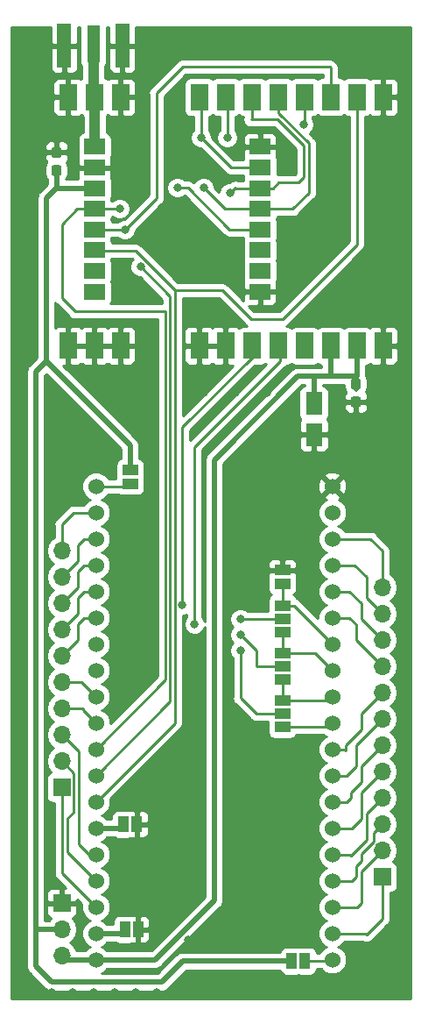
<source format=gtl>
G04 #@! TF.GenerationSoftware,KiCad,Pcbnew,5.0.2+dfsg1-1*
G04 #@! TF.CreationDate,2021-11-22T09:36:44+02:00*
G04 #@! TF.ProjectId,lora_tracker,6c6f7261-5f74-4726-9163-6b65722e6b69,rev?*
G04 #@! TF.SameCoordinates,Original*
G04 #@! TF.FileFunction,Copper,L1,Top*
G04 #@! TF.FilePolarity,Positive*
%FSLAX46Y46*%
G04 Gerber Fmt 4.6, Leading zero omitted, Abs format (unit mm)*
G04 Created by KiCad (PCBNEW 5.0.2+dfsg1-1) date Mon 22 Nov 2021 09:36:44 AM EET*
%MOMM*%
%LPD*%
G01*
G04 APERTURE LIST*
G04 #@! TA.AperFunction,SMDPad,CuDef*
%ADD10R,1.700000X2.500000*%
G04 #@! TD*
G04 #@! TA.AperFunction,ComponentPad*
%ADD11C,1.524000*%
G04 #@! TD*
G04 #@! TA.AperFunction,SMDPad,CuDef*
%ADD12R,1.500000X1.000000*%
G04 #@! TD*
G04 #@! TA.AperFunction,SMDPad,CuDef*
%ADD13R,1.000000X1.500000*%
G04 #@! TD*
G04 #@! TA.AperFunction,SMDPad,CuDef*
%ADD14R,1.350000X4.200000*%
G04 #@! TD*
G04 #@! TA.AperFunction,SMDPad,CuDef*
%ADD15R,1.270000X3.600000*%
G04 #@! TD*
G04 #@! TA.AperFunction,SMDPad,CuDef*
%ADD16R,1.600000X2.200000*%
G04 #@! TD*
G04 #@! TA.AperFunction,Conductor*
%ADD17C,0.150000*%
G04 #@! TD*
G04 #@! TA.AperFunction,SMDPad,CuDef*
%ADD18C,0.950000*%
G04 #@! TD*
G04 #@! TA.AperFunction,SMDPad,CuDef*
%ADD19R,2.000000X1.500000*%
G04 #@! TD*
G04 #@! TA.AperFunction,ComponentPad*
%ADD20R,1.700000X1.700000*%
G04 #@! TD*
G04 #@! TA.AperFunction,ComponentPad*
%ADD21O,1.700000X1.700000*%
G04 #@! TD*
G04 #@! TA.AperFunction,ViaPad*
%ADD22C,0.800000*%
G04 #@! TD*
G04 #@! TA.AperFunction,Conductor*
%ADD23C,0.500000*%
G04 #@! TD*
G04 #@! TA.AperFunction,Conductor*
%ADD24C,0.250000*%
G04 #@! TD*
G04 #@! TA.AperFunction,Conductor*
%ADD25C,1.000000*%
G04 #@! TD*
G04 #@! TA.AperFunction,Conductor*
%ADD26C,0.254000*%
G04 #@! TD*
G04 APERTURE END LIST*
D10*
G04 #@! TO.P,U2,1*
G04 #@! TO.N,GND*
X79868501Y-74700000D03*
G04 #@! TO.P,U2,2*
X82408501Y-74700000D03*
G04 #@! TO.P,U2,3*
X84948501Y-74700000D03*
G04 #@! TO.P,U2,4*
X92548501Y-74700000D03*
G04 #@! TO.P,U2,5*
X95088501Y-74700000D03*
G04 #@! TO.P,U2,6*
G04 #@! TO.N,RXEN*
X97628501Y-74700000D03*
G04 #@! TO.P,U2,7*
G04 #@! TO.N,TXEN*
X100168501Y-74700000D03*
G04 #@! TO.P,U2,8*
G04 #@! TO.N,N/C*
X102708501Y-74700000D03*
G04 #@! TO.P,U2,9*
G04 #@! TO.N,VCC*
X105248501Y-74700000D03*
G04 #@! TO.P,U2,10*
X107788501Y-74700000D03*
G04 #@! TO.P,U2,11*
G04 #@! TO.N,GND*
X110328501Y-74700000D03*
G04 #@! TO.P,U2,12*
X110328501Y-50700000D03*
G04 #@! TO.P,U2,13*
G04 #@! TO.N,DIO1*
X107788501Y-50700000D03*
G04 #@! TO.P,U2,14*
G04 #@! TO.N,BUSY*
X105248501Y-50700000D03*
G04 #@! TO.P,U2,15*
G04 #@! TO.N,NRST*
X102708501Y-50700000D03*
G04 #@! TO.P,U2,16*
G04 #@! TO.N,MISO*
X100168501Y-50700000D03*
G04 #@! TO.P,U2,17*
G04 #@! TO.N,MOSI*
X97628501Y-50700000D03*
G04 #@! TO.P,U2,18*
G04 #@! TO.N,SCK*
X95088501Y-50700000D03*
G04 #@! TO.P,U2,19*
G04 #@! TO.N,NSS*
X92548501Y-50700000D03*
G04 #@! TO.P,U2,20*
G04 #@! TO.N,GND*
X84948501Y-50700000D03*
G04 #@! TO.P,U2,21*
G04 #@! TO.N,Net-(J1-Pad1)*
X82408501Y-50700000D03*
G04 #@! TO.P,U2,22*
G04 #@! TO.N,GND*
X79868501Y-50700000D03*
G04 #@! TD*
D11*
G04 #@! TO.P,U1,1*
G04 #@! TO.N,Net-(JP7-Pad2)*
X82550000Y-88265000D03*
G04 #@! TO.P,U1,2*
G04 #@! TO.N,EN*
X82550000Y-90805000D03*
G04 #@! TO.P,U1,3*
G04 #@! TO.N,GPIO36*
X82550000Y-93345000D03*
G04 #@! TO.P,U1,4*
G04 #@! TO.N,GPIO39*
X82550000Y-95885000D03*
G04 #@! TO.P,U1,5*
G04 #@! TO.N,GPIO34*
X82550000Y-98425000D03*
G04 #@! TO.P,U1,6*
G04 #@! TO.N,GPIO35*
X82550000Y-100965000D03*
G04 #@! TO.P,U1,7*
G04 #@! TO.N,RXEN*
X82550000Y-103505000D03*
G04 #@! TO.P,U1,8*
G04 #@! TO.N,TXEN*
X82550000Y-106045000D03*
G04 #@! TO.P,U1,9*
G04 #@! TO.N,GPIO25*
X82550000Y-108585000D03*
G04 #@! TO.P,U1,10*
G04 #@! TO.N,GPIO26*
X82550000Y-111125000D03*
G04 #@! TO.P,U1,11*
G04 #@! TO.N,NRST*
X82550000Y-113665000D03*
G04 #@! TO.P,U1,12*
G04 #@! TO.N,BUSY*
X82550000Y-116205000D03*
G04 #@! TO.P,U1,13*
G04 #@! TO.N,DIO1*
X82550000Y-118745000D03*
G04 #@! TO.P,U1,14*
G04 #@! TO.N,Net-(JP4-Pad2)*
X82550000Y-121285000D03*
G04 #@! TO.P,U1,15*
G04 #@! TO.N,GPIO13*
X82550000Y-123825000D03*
G04 #@! TO.P,U1,16*
G04 #@! TO.N,GPIO9*
X82550000Y-126365000D03*
G04 #@! TO.P,U1,17*
G04 #@! TO.N,GPIO10*
X82550000Y-128905000D03*
G04 #@! TO.P,U1,18*
G04 #@! TO.N,Net-(JP5-Pad2)*
X82550000Y-131445000D03*
G04 #@! TO.P,U1,19*
G04 #@! TO.N,VCC*
X82550000Y-133985000D03*
G04 #@! TO.P,U1,20*
G04 #@! TO.N,Net-(JP8-Pad1)*
X105410000Y-133985000D03*
G04 #@! TO.P,U1,21*
G04 #@! TO.N,GPIO7*
X105410000Y-131445000D03*
G04 #@! TO.P,U1,22*
G04 #@! TO.N,GPIO8*
X105410000Y-128905000D03*
G04 #@! TO.P,U1,23*
G04 #@! TO.N,GPIO15*
X105410000Y-126365000D03*
G04 #@! TO.P,U1,24*
G04 #@! TO.N,GPIO2*
X105410000Y-123825000D03*
G04 #@! TO.P,U1,25*
G04 #@! TO.N,GPIO0*
X105410000Y-121285000D03*
G04 #@! TO.P,U1,26*
G04 #@! TO.N,GPIO4*
X105410000Y-118745000D03*
G04 #@! TO.P,U1,27*
G04 #@! TO.N,GPIO16*
X105410000Y-116205000D03*
G04 #@! TO.P,U1,28*
G04 #@! TO.N,GPIO17*
X105410000Y-113665000D03*
G04 #@! TO.P,U1,29*
G04 #@! TO.N,Net-(JP3-Pad1)*
X105410000Y-111125000D03*
G04 #@! TO.P,U1,30*
G04 #@! TO.N,Net-(JP2-Pad1)*
X105410000Y-108585000D03*
G04 #@! TO.P,U1,31*
G04 #@! TO.N,Net-(JP1-Pad1)*
X105410000Y-106045000D03*
G04 #@! TO.P,U1,32*
G04 #@! TO.N,Net-(JP1-Pad3)*
X105410000Y-103505000D03*
G04 #@! TO.P,U1,33*
G04 #@! TO.N,GPIO21*
X105410000Y-100965000D03*
G04 #@! TO.P,U1,34*
G04 #@! TO.N,GPIO3*
X105410000Y-98425000D03*
G04 #@! TO.P,U1,35*
G04 #@! TO.N,GPIO1*
X105410000Y-95885000D03*
G04 #@! TO.P,U1,36*
G04 #@! TO.N,GPIO22*
X105410000Y-93345000D03*
G04 #@! TO.P,U1,37*
G04 #@! TO.N,MOSI*
X105410000Y-90805000D03*
G04 #@! TO.P,U1,38*
G04 #@! TO.N,GND*
X105410000Y-88265000D03*
G04 #@! TD*
D12*
G04 #@! TO.P,JP1,3*
G04 #@! TO.N,Net-(JP1-Pad3)*
X100584000Y-99792000D03*
G04 #@! TO.P,JP1,2*
G04 #@! TO.N,MISO*
X100584000Y-101092000D03*
G04 #@! TO.P,JP1,1*
G04 #@! TO.N,Net-(JP1-Pad1)*
X100584000Y-102392000D03*
G04 #@! TD*
G04 #@! TO.P,JP2,1*
G04 #@! TO.N,Net-(JP2-Pad1)*
X100584000Y-106964000D03*
G04 #@! TO.P,JP2,2*
G04 #@! TO.N,SCK*
X100584000Y-105664000D03*
G04 #@! TO.P,JP2,3*
G04 #@! TO.N,Net-(JP1-Pad1)*
X100584000Y-104364000D03*
G04 #@! TD*
G04 #@! TO.P,JP3,3*
G04 #@! TO.N,Net-(JP2-Pad1)*
X100584000Y-108936000D03*
G04 #@! TO.P,JP3,2*
G04 #@! TO.N,NSS*
X100584000Y-110236000D03*
G04 #@! TO.P,JP3,1*
G04 #@! TO.N,Net-(JP3-Pad1)*
X100584000Y-111536000D03*
G04 #@! TD*
D13*
G04 #@! TO.P,JP4,2*
G04 #@! TO.N,Net-(JP4-Pad2)*
X85202000Y-120904000D03*
G04 #@! TO.P,JP4,1*
G04 #@! TO.N,GND*
X86502000Y-120904000D03*
G04 #@! TD*
G04 #@! TO.P,JP5,1*
G04 #@! TO.N,GND*
X86644000Y-131064000D03*
G04 #@! TO.P,JP5,2*
G04 #@! TO.N,Net-(JP5-Pad2)*
X85344000Y-131064000D03*
G04 #@! TD*
D12*
G04 #@! TO.P,JP6,2*
G04 #@! TO.N,GND*
X100584000Y-96378000D03*
G04 #@! TO.P,JP6,1*
G04 #@! TO.N,Net-(JP1-Pad3)*
X100584000Y-97678000D03*
G04 #@! TD*
D14*
G04 #@! TO.P,J1,2*
G04 #@! TO.N,GND*
X85121000Y-45720000D03*
X79471000Y-45720000D03*
D15*
G04 #@! TO.P,J1,1*
G04 #@! TO.N,Net-(J1-Pad1)*
X82296000Y-45520000D03*
G04 #@! TD*
D16*
G04 #@! TO.P,C2,1*
G04 #@! TO.N,VCC*
X103632000Y-80288000D03*
G04 #@! TO.P,C2,2*
G04 #@! TO.N,GND*
X103632000Y-83288000D03*
G04 #@! TD*
D17*
G04 #@! TO.N,VCC*
G04 #@! TO.C,C1*
G36*
X107956779Y-77849144D02*
X107979834Y-77852563D01*
X108002443Y-77858227D01*
X108024387Y-77866079D01*
X108045457Y-77876044D01*
X108065448Y-77888026D01*
X108084168Y-77901910D01*
X108101438Y-77917562D01*
X108117090Y-77934832D01*
X108130974Y-77953552D01*
X108142956Y-77973543D01*
X108152921Y-77994613D01*
X108160773Y-78016557D01*
X108166437Y-78039166D01*
X108169856Y-78062221D01*
X108171000Y-78085500D01*
X108171000Y-78660500D01*
X108169856Y-78683779D01*
X108166437Y-78706834D01*
X108160773Y-78729443D01*
X108152921Y-78751387D01*
X108142956Y-78772457D01*
X108130974Y-78792448D01*
X108117090Y-78811168D01*
X108101438Y-78828438D01*
X108084168Y-78844090D01*
X108065448Y-78857974D01*
X108045457Y-78869956D01*
X108024387Y-78879921D01*
X108002443Y-78887773D01*
X107979834Y-78893437D01*
X107956779Y-78896856D01*
X107933500Y-78898000D01*
X107458500Y-78898000D01*
X107435221Y-78896856D01*
X107412166Y-78893437D01*
X107389557Y-78887773D01*
X107367613Y-78879921D01*
X107346543Y-78869956D01*
X107326552Y-78857974D01*
X107307832Y-78844090D01*
X107290562Y-78828438D01*
X107274910Y-78811168D01*
X107261026Y-78792448D01*
X107249044Y-78772457D01*
X107239079Y-78751387D01*
X107231227Y-78729443D01*
X107225563Y-78706834D01*
X107222144Y-78683779D01*
X107221000Y-78660500D01*
X107221000Y-78085500D01*
X107222144Y-78062221D01*
X107225563Y-78039166D01*
X107231227Y-78016557D01*
X107239079Y-77994613D01*
X107249044Y-77973543D01*
X107261026Y-77953552D01*
X107274910Y-77934832D01*
X107290562Y-77917562D01*
X107307832Y-77901910D01*
X107326552Y-77888026D01*
X107346543Y-77876044D01*
X107367613Y-77866079D01*
X107389557Y-77858227D01*
X107412166Y-77852563D01*
X107435221Y-77849144D01*
X107458500Y-77848000D01*
X107933500Y-77848000D01*
X107956779Y-77849144D01*
X107956779Y-77849144D01*
G37*
D18*
G04 #@! TD*
G04 #@! TO.P,C1,1*
G04 #@! TO.N,VCC*
X107696000Y-78373000D03*
D17*
G04 #@! TO.N,GND*
G04 #@! TO.C,C1*
G36*
X107956779Y-79599144D02*
X107979834Y-79602563D01*
X108002443Y-79608227D01*
X108024387Y-79616079D01*
X108045457Y-79626044D01*
X108065448Y-79638026D01*
X108084168Y-79651910D01*
X108101438Y-79667562D01*
X108117090Y-79684832D01*
X108130974Y-79703552D01*
X108142956Y-79723543D01*
X108152921Y-79744613D01*
X108160773Y-79766557D01*
X108166437Y-79789166D01*
X108169856Y-79812221D01*
X108171000Y-79835500D01*
X108171000Y-80410500D01*
X108169856Y-80433779D01*
X108166437Y-80456834D01*
X108160773Y-80479443D01*
X108152921Y-80501387D01*
X108142956Y-80522457D01*
X108130974Y-80542448D01*
X108117090Y-80561168D01*
X108101438Y-80578438D01*
X108084168Y-80594090D01*
X108065448Y-80607974D01*
X108045457Y-80619956D01*
X108024387Y-80629921D01*
X108002443Y-80637773D01*
X107979834Y-80643437D01*
X107956779Y-80646856D01*
X107933500Y-80648000D01*
X107458500Y-80648000D01*
X107435221Y-80646856D01*
X107412166Y-80643437D01*
X107389557Y-80637773D01*
X107367613Y-80629921D01*
X107346543Y-80619956D01*
X107326552Y-80607974D01*
X107307832Y-80594090D01*
X107290562Y-80578438D01*
X107274910Y-80561168D01*
X107261026Y-80542448D01*
X107249044Y-80522457D01*
X107239079Y-80501387D01*
X107231227Y-80479443D01*
X107225563Y-80456834D01*
X107222144Y-80433779D01*
X107221000Y-80410500D01*
X107221000Y-79835500D01*
X107222144Y-79812221D01*
X107225563Y-79789166D01*
X107231227Y-79766557D01*
X107239079Y-79744613D01*
X107249044Y-79723543D01*
X107261026Y-79703552D01*
X107274910Y-79684832D01*
X107290562Y-79667562D01*
X107307832Y-79651910D01*
X107326552Y-79638026D01*
X107346543Y-79626044D01*
X107367613Y-79616079D01*
X107389557Y-79608227D01*
X107412166Y-79602563D01*
X107435221Y-79599144D01*
X107458500Y-79598000D01*
X107933500Y-79598000D01*
X107956779Y-79599144D01*
X107956779Y-79599144D01*
G37*
D18*
G04 #@! TD*
G04 #@! TO.P,C1,2*
G04 #@! TO.N,GND*
X107696000Y-80123000D03*
D12*
G04 #@! TO.P,JP7,1*
G04 #@! TO.N,3v3*
X85852000Y-86726000D03*
G04 #@! TO.P,JP7,2*
G04 #@! TO.N,Net-(JP7-Pad2)*
X85852000Y-88026000D03*
G04 #@! TD*
D13*
G04 #@! TO.P,JP8,2*
G04 #@! TO.N,3v3*
X101458000Y-134112000D03*
G04 #@! TO.P,JP8,1*
G04 #@! TO.N,Net-(JP8-Pad1)*
X102758000Y-134112000D03*
G04 #@! TD*
D19*
G04 #@! TO.P,U3,16*
G04 #@! TO.N,GND*
X98424000Y-55484000D03*
G04 #@! TO.P,U3,15*
G04 #@! TO.N,NSS*
X98424000Y-57484000D03*
G04 #@! TO.P,U3,14*
G04 #@! TO.N,MOSI*
X98424000Y-59484000D03*
G04 #@! TO.P,U3,13*
G04 #@! TO.N,MISO*
X98424000Y-61484000D03*
G04 #@! TO.P,U3,12*
G04 #@! TO.N,SCK*
X98424000Y-63484000D03*
G04 #@! TO.P,U3,11*
G04 #@! TO.N,N/C*
X98424000Y-65484000D03*
G04 #@! TO.P,U3,10*
X98424000Y-67484000D03*
G04 #@! TO.P,U3,9*
G04 #@! TO.N,GND*
X98424000Y-69484000D03*
G04 #@! TO.P,U3,8*
G04 #@! TO.N,N/C*
X82424000Y-69484000D03*
G04 #@! TO.P,U3,7*
X82424000Y-67484000D03*
G04 #@! TO.P,U3,6*
G04 #@! TO.N,DIO1*
X82424000Y-65484000D03*
G04 #@! TO.P,U3,5*
G04 #@! TO.N,BUSY*
X82424000Y-63484000D03*
G04 #@! TO.P,U3,4*
G04 #@! TO.N,NRST*
X82424000Y-61484000D03*
G04 #@! TO.P,U3,3*
G04 #@! TO.N,3v3*
X82424000Y-59484000D03*
G04 #@! TO.P,U3,2*
G04 #@! TO.N,GND*
X82424000Y-57484000D03*
G04 #@! TO.P,U3,1*
G04 #@! TO.N,Net-(J1-Pad1)*
X82424000Y-55484000D03*
G04 #@! TD*
D17*
G04 #@! TO.N,3v3*
G04 #@! TO.C,C3*
G36*
X79000779Y-57247144D02*
X79023834Y-57250563D01*
X79046443Y-57256227D01*
X79068387Y-57264079D01*
X79089457Y-57274044D01*
X79109448Y-57286026D01*
X79128168Y-57299910D01*
X79145438Y-57315562D01*
X79161090Y-57332832D01*
X79174974Y-57351552D01*
X79186956Y-57371543D01*
X79196921Y-57392613D01*
X79204773Y-57414557D01*
X79210437Y-57437166D01*
X79213856Y-57460221D01*
X79215000Y-57483500D01*
X79215000Y-58058500D01*
X79213856Y-58081779D01*
X79210437Y-58104834D01*
X79204773Y-58127443D01*
X79196921Y-58149387D01*
X79186956Y-58170457D01*
X79174974Y-58190448D01*
X79161090Y-58209168D01*
X79145438Y-58226438D01*
X79128168Y-58242090D01*
X79109448Y-58255974D01*
X79089457Y-58267956D01*
X79068387Y-58277921D01*
X79046443Y-58285773D01*
X79023834Y-58291437D01*
X79000779Y-58294856D01*
X78977500Y-58296000D01*
X78502500Y-58296000D01*
X78479221Y-58294856D01*
X78456166Y-58291437D01*
X78433557Y-58285773D01*
X78411613Y-58277921D01*
X78390543Y-58267956D01*
X78370552Y-58255974D01*
X78351832Y-58242090D01*
X78334562Y-58226438D01*
X78318910Y-58209168D01*
X78305026Y-58190448D01*
X78293044Y-58170457D01*
X78283079Y-58149387D01*
X78275227Y-58127443D01*
X78269563Y-58104834D01*
X78266144Y-58081779D01*
X78265000Y-58058500D01*
X78265000Y-57483500D01*
X78266144Y-57460221D01*
X78269563Y-57437166D01*
X78275227Y-57414557D01*
X78283079Y-57392613D01*
X78293044Y-57371543D01*
X78305026Y-57351552D01*
X78318910Y-57332832D01*
X78334562Y-57315562D01*
X78351832Y-57299910D01*
X78370552Y-57286026D01*
X78390543Y-57274044D01*
X78411613Y-57264079D01*
X78433557Y-57256227D01*
X78456166Y-57250563D01*
X78479221Y-57247144D01*
X78502500Y-57246000D01*
X78977500Y-57246000D01*
X79000779Y-57247144D01*
X79000779Y-57247144D01*
G37*
D18*
G04 #@! TD*
G04 #@! TO.P,C3,1*
G04 #@! TO.N,3v3*
X78740000Y-57771000D03*
D17*
G04 #@! TO.N,GND*
G04 #@! TO.C,C3*
G36*
X79000779Y-55497144D02*
X79023834Y-55500563D01*
X79046443Y-55506227D01*
X79068387Y-55514079D01*
X79089457Y-55524044D01*
X79109448Y-55536026D01*
X79128168Y-55549910D01*
X79145438Y-55565562D01*
X79161090Y-55582832D01*
X79174974Y-55601552D01*
X79186956Y-55621543D01*
X79196921Y-55642613D01*
X79204773Y-55664557D01*
X79210437Y-55687166D01*
X79213856Y-55710221D01*
X79215000Y-55733500D01*
X79215000Y-56308500D01*
X79213856Y-56331779D01*
X79210437Y-56354834D01*
X79204773Y-56377443D01*
X79196921Y-56399387D01*
X79186956Y-56420457D01*
X79174974Y-56440448D01*
X79161090Y-56459168D01*
X79145438Y-56476438D01*
X79128168Y-56492090D01*
X79109448Y-56505974D01*
X79089457Y-56517956D01*
X79068387Y-56527921D01*
X79046443Y-56535773D01*
X79023834Y-56541437D01*
X79000779Y-56544856D01*
X78977500Y-56546000D01*
X78502500Y-56546000D01*
X78479221Y-56544856D01*
X78456166Y-56541437D01*
X78433557Y-56535773D01*
X78411613Y-56527921D01*
X78390543Y-56517956D01*
X78370552Y-56505974D01*
X78351832Y-56492090D01*
X78334562Y-56476438D01*
X78318910Y-56459168D01*
X78305026Y-56440448D01*
X78293044Y-56420457D01*
X78283079Y-56399387D01*
X78275227Y-56377443D01*
X78269563Y-56354834D01*
X78266144Y-56331779D01*
X78265000Y-56308500D01*
X78265000Y-55733500D01*
X78266144Y-55710221D01*
X78269563Y-55687166D01*
X78275227Y-55664557D01*
X78283079Y-55642613D01*
X78293044Y-55621543D01*
X78305026Y-55601552D01*
X78318910Y-55582832D01*
X78334562Y-55565562D01*
X78351832Y-55549910D01*
X78370552Y-55536026D01*
X78390543Y-55524044D01*
X78411613Y-55514079D01*
X78433557Y-55506227D01*
X78456166Y-55500563D01*
X78479221Y-55497144D01*
X78502500Y-55496000D01*
X78977500Y-55496000D01*
X79000779Y-55497144D01*
X79000779Y-55497144D01*
G37*
D18*
G04 #@! TD*
G04 #@! TO.P,C3,2*
G04 #@! TO.N,GND*
X78740000Y-56021000D03*
D20*
G04 #@! TO.P,J2,1*
G04 #@! TO.N,GPIO10*
X79248000Y-117348000D03*
D21*
G04 #@! TO.P,J2,2*
G04 #@! TO.N,GPIO9*
X79248000Y-114808000D03*
G04 #@! TO.P,J2,3*
G04 #@! TO.N,GPIO13*
X79248000Y-112268000D03*
G04 #@! TO.P,J2,4*
G04 #@! TO.N,GPIO26*
X79248000Y-109728000D03*
G04 #@! TO.P,J2,5*
G04 #@! TO.N,GPIO25*
X79248000Y-107188000D03*
G04 #@! TO.P,J2,6*
G04 #@! TO.N,GPIO35*
X79248000Y-104648000D03*
G04 #@! TO.P,J2,7*
G04 #@! TO.N,GPIO34*
X79248000Y-102108000D03*
G04 #@! TO.P,J2,8*
G04 #@! TO.N,GPIO39*
X79248000Y-99568000D03*
G04 #@! TO.P,J2,9*
G04 #@! TO.N,GPIO36*
X79248000Y-97028000D03*
G04 #@! TO.P,J2,10*
G04 #@! TO.N,EN*
X79248000Y-94488000D03*
G04 #@! TD*
D20*
G04 #@! TO.P,J3,1*
G04 #@! TO.N,GPIO7*
X110236000Y-125984000D03*
D21*
G04 #@! TO.P,J3,2*
G04 #@! TO.N,GPIO8*
X110236000Y-123444000D03*
G04 #@! TO.P,J3,3*
G04 #@! TO.N,GPIO15*
X110236000Y-120904000D03*
G04 #@! TO.P,J3,4*
G04 #@! TO.N,GPIO2*
X110236000Y-118364000D03*
G04 #@! TO.P,J3,5*
G04 #@! TO.N,GPIO0*
X110236000Y-115824000D03*
G04 #@! TO.P,J3,6*
G04 #@! TO.N,GPIO4*
X110236000Y-113284000D03*
G04 #@! TO.P,J3,7*
G04 #@! TO.N,GPIO16*
X110236000Y-110744000D03*
G04 #@! TO.P,J3,8*
G04 #@! TO.N,GPIO17*
X110236000Y-108204000D03*
G04 #@! TO.P,J3,9*
G04 #@! TO.N,GPIO21*
X110236000Y-105664000D03*
G04 #@! TO.P,J3,10*
G04 #@! TO.N,GPIO3*
X110236000Y-103124000D03*
G04 #@! TO.P,J3,11*
G04 #@! TO.N,GPIO1*
X110236000Y-100584000D03*
G04 #@! TO.P,J3,12*
G04 #@! TO.N,GPIO22*
X110236000Y-98044000D03*
G04 #@! TD*
D20*
G04 #@! TO.P,J4,1*
G04 #@! TO.N,GND*
X79248000Y-128524000D03*
D21*
G04 #@! TO.P,J4,2*
G04 #@! TO.N,3v3*
X79248000Y-131064000D03*
G04 #@! TO.P,J4,3*
G04 #@! TO.N,VCC*
X79248000Y-133604000D03*
G04 #@! TD*
D22*
G04 #@! TO.N,GND*
X77216000Y-44704000D03*
X77216000Y-46736000D03*
X77216000Y-48768000D03*
X77216000Y-50800000D03*
X77216000Y-52832000D03*
X79248000Y-53848000D03*
X87884000Y-44704000D03*
X87884000Y-46736000D03*
X87376000Y-48768000D03*
X87376000Y-50800000D03*
X89916000Y-44704000D03*
X91948000Y-44704000D03*
X93980000Y-44704000D03*
X96012000Y-44704000D03*
X98044000Y-44704000D03*
X100076000Y-44704000D03*
X102108000Y-44704000D03*
X104140000Y-44704000D03*
X106172000Y-44704000D03*
X108204000Y-44704000D03*
X110236000Y-44704000D03*
X112268000Y-44704000D03*
X75184000Y-44704000D03*
X75184000Y-46736000D03*
X75184000Y-48768000D03*
X75184000Y-50800000D03*
X75184000Y-52832000D03*
X75184000Y-54864000D03*
X75184000Y-56896000D03*
X75184000Y-58928000D03*
X75184000Y-60960000D03*
X75184000Y-62992000D03*
X75184000Y-65024000D03*
X75184000Y-67056000D03*
X75184000Y-69088000D03*
X75184000Y-71120000D03*
X75184000Y-73152000D03*
X112268000Y-46736000D03*
X112268000Y-48768000D03*
X112268000Y-50800000D03*
X112268000Y-52832000D03*
X112268000Y-54864000D03*
X112268000Y-56896000D03*
X112268000Y-58928000D03*
X112268000Y-60960000D03*
X112268000Y-62992000D03*
X112268000Y-65024000D03*
X112268000Y-67056000D03*
X112268000Y-69088000D03*
X112268000Y-71120000D03*
X112268000Y-73152000D03*
X112268000Y-75184000D03*
X112268000Y-77216000D03*
X75184000Y-75184000D03*
X84836000Y-53848000D03*
X75184000Y-77216000D03*
X75184000Y-79248000D03*
X75184000Y-81280000D03*
X75184000Y-83312000D03*
X75184000Y-85344000D03*
X75184000Y-87376000D03*
X75184000Y-89408000D03*
X75184000Y-91440000D03*
X75184000Y-93472000D03*
X75184000Y-95504000D03*
X75184000Y-97536000D03*
X75184000Y-99568000D03*
X75184000Y-101600000D03*
X75184000Y-103632000D03*
X75184000Y-105664000D03*
X75184000Y-107696000D03*
X75184000Y-109728000D03*
X75184000Y-111760000D03*
X75184000Y-113792000D03*
X75184000Y-115824000D03*
X75184000Y-117856000D03*
X75184000Y-119888000D03*
X75184000Y-121920000D03*
X75184000Y-123952000D03*
X75184000Y-125984000D03*
X75184000Y-128016000D03*
X75184000Y-130048000D03*
X75184000Y-132080000D03*
X75184000Y-134112000D03*
X75184000Y-136144000D03*
X112268000Y-79248000D03*
X112268000Y-81280000D03*
X112268000Y-83312000D03*
X112268000Y-85344000D03*
X112268000Y-87376000D03*
X112268000Y-89408000D03*
X112268000Y-91440000D03*
X112268000Y-93472000D03*
X112268000Y-95504000D03*
X112268000Y-97536000D03*
X112268000Y-99568000D03*
X112268000Y-101600000D03*
X112268000Y-103632000D03*
X112268000Y-105664000D03*
X112268000Y-107696000D03*
X112268000Y-109728000D03*
X112268000Y-111760000D03*
X112268000Y-113792000D03*
X112268000Y-115824000D03*
X112268000Y-117856000D03*
X112268000Y-119888000D03*
X112268000Y-121920000D03*
X112268000Y-123952000D03*
X112268000Y-125984000D03*
X112268000Y-128016000D03*
X112268000Y-130048000D03*
X112268000Y-132080000D03*
X112268000Y-134112000D03*
X112268000Y-136144000D03*
X110744000Y-137160000D03*
X108712000Y-137160000D03*
X106680000Y-137160000D03*
X104648000Y-137160000D03*
X102616000Y-137160000D03*
X100584000Y-137160000D03*
X98552000Y-137160000D03*
X96520000Y-137160000D03*
X94488000Y-137160000D03*
X92456000Y-137160000D03*
X90424000Y-137160000D03*
X88392000Y-137160000D03*
X86360000Y-137160000D03*
X84328000Y-137160000D03*
X82296000Y-137160000D03*
X80264000Y-137160000D03*
X78232000Y-137160000D03*
X76200000Y-137160000D03*
X108204000Y-71120000D03*
X104140000Y-71120000D03*
X104140000Y-63500000D03*
X94488000Y-66040000D03*
X86868000Y-56388000D03*
X86868000Y-59436000D03*
X87884000Y-63500000D03*
X85344000Y-69088000D03*
X105156000Y-56388000D03*
X105156000Y-59944000D03*
X78740000Y-79248000D03*
X82804000Y-79248000D03*
X86360000Y-79248000D03*
X92964000Y-79248000D03*
X96012000Y-79248000D03*
X99060000Y-79248000D03*
X109728000Y-79248000D03*
X99060000Y-82804000D03*
X99060000Y-86360000D03*
X102616000Y-86360000D03*
X106172000Y-85344000D03*
X107696000Y-83312000D03*
X109728000Y-83312000D03*
X109728000Y-81280000D03*
X109728000Y-77216000D03*
X96520000Y-116840000D03*
X101600000Y-116840000D03*
X101600000Y-121920000D03*
X96520000Y-121920000D03*
X96520000Y-127000000D03*
X101600000Y-127000000D03*
X91948000Y-127000000D03*
X91440000Y-121920000D03*
X91440000Y-116840000D03*
X91440000Y-111252000D03*
X91440000Y-106172000D03*
X86868000Y-116840000D03*
X86360000Y-127000000D03*
X91440000Y-132080000D03*
X96520000Y-132080000D03*
X101600000Y-132080000D03*
X96520000Y-111252000D03*
X86360000Y-106680000D03*
X86360000Y-101600000D03*
X86360000Y-96520000D03*
X96520000Y-91440000D03*
X96520000Y-96520000D03*
X96520000Y-86360000D03*
X78740000Y-85344000D03*
X82804000Y-85344000D03*
X101092000Y-56388000D03*
G04 #@! TO.N,RXEN*
X90895000Y-99695000D03*
G04 #@! TO.N,TXEN*
X92075000Y-101600000D03*
G04 #@! TO.N,NRST*
X102616000Y-53340000D03*
X84836000Y-61468000D03*
G04 #@! TO.N,BUSY*
X86863347Y-67060653D03*
X85344000Y-63500000D03*
G04 #@! TO.N,NSS*
X92710000Y-54610000D03*
X96520000Y-104140000D03*
G04 #@! TO.N,SCK*
X95250000Y-54610000D03*
X96520000Y-102616000D03*
X90424000Y-59436000D03*
G04 #@! TO.N,MISO*
X96520000Y-101092000D03*
X92964000Y-59436000D03*
G04 #@! TO.N,MOSI*
X95504000Y-59944000D03*
G04 #@! TD*
D23*
G04 #@! TO.N,VCC*
X105248501Y-77631499D02*
X105248501Y-74700000D01*
X105248501Y-77631499D02*
X107153501Y-77631499D01*
X105248501Y-77631499D02*
X102073501Y-77631499D01*
X102073501Y-77631499D02*
X93980000Y-85725000D01*
X93980000Y-85725000D02*
X93980000Y-128270000D01*
X88265000Y-133985000D02*
X82550000Y-133985000D01*
X93980000Y-128270000D02*
X88265000Y-133985000D01*
D24*
X107246002Y-77724000D02*
X107153501Y-77631499D01*
X107788501Y-77631499D02*
X107696000Y-77724000D01*
D23*
X107788501Y-74700000D02*
X107788501Y-77631499D01*
X107696000Y-78928000D02*
X107696000Y-77631499D01*
X107153501Y-77631499D02*
X107696000Y-77631499D01*
X107696000Y-77631499D02*
X107788501Y-77631499D01*
X103632000Y-80288000D02*
X103632000Y-77724000D01*
D24*
X79629000Y-133985000D02*
X79248000Y-133604000D01*
D23*
X82550000Y-133985000D02*
X79629000Y-133985000D01*
D24*
G04 #@! TO.N,RXEN*
X97628501Y-74700000D02*
X97628501Y-75100000D01*
X97628501Y-75100000D02*
X97790000Y-75261499D01*
X97790000Y-75261499D02*
X97790000Y-75655000D01*
X97790000Y-75655000D02*
X90895000Y-82550000D01*
X90895000Y-82550000D02*
X90895000Y-99695000D01*
G04 #@! TO.N,TXEN*
X100168501Y-74700000D02*
X100168501Y-75100000D01*
X100168501Y-75100000D02*
X100330000Y-75261499D01*
X100330000Y-76200000D02*
X92075000Y-84455000D01*
X100330000Y-75261499D02*
X100330000Y-76200000D01*
X92075000Y-84455000D02*
X92075000Y-101600000D01*
G04 #@! TO.N,NRST*
X89269980Y-71385020D02*
X89269980Y-106945020D01*
X89269980Y-106945020D02*
X82550000Y-113665000D01*
X89269980Y-71385020D02*
X80529020Y-71385020D01*
X80529020Y-71385020D02*
X79248000Y-70104000D01*
X79248000Y-70104000D02*
X79248000Y-62992000D01*
X80756000Y-61484000D02*
X82424000Y-61484000D01*
X79248000Y-62992000D02*
X80756000Y-61484000D01*
X102708501Y-50700000D02*
X102708501Y-51100000D01*
X102708501Y-50700000D02*
X102708501Y-53247499D01*
X102708501Y-53247499D02*
X102616000Y-53340000D01*
X82440000Y-61468000D02*
X82424000Y-61484000D01*
X84836000Y-61468000D02*
X82440000Y-61468000D01*
G04 #@! TO.N,BUSY*
X89719990Y-109035010D02*
X82550000Y-116205000D01*
X89719990Y-72205010D02*
X89719990Y-109035010D01*
X105248501Y-47844501D02*
X105248501Y-50700000D01*
X90932000Y-47752000D02*
X105156000Y-47752000D01*
X82674000Y-63484000D02*
X82690000Y-63500000D01*
X105156000Y-47752000D02*
X105248501Y-47844501D01*
X82424000Y-63484000D02*
X82674000Y-63484000D01*
X82690000Y-63500000D02*
X85344000Y-63500000D01*
X88392000Y-50292000D02*
X90932000Y-47752000D01*
X85344000Y-63500000D02*
X88392000Y-60452000D01*
X88392000Y-60452000D02*
X88392000Y-50292000D01*
X89719990Y-72205010D02*
X89719990Y-69917296D01*
X89719990Y-69917296D02*
X86863347Y-67060653D01*
G04 #@! TO.N,DIO1*
X82722000Y-65532000D02*
X82674000Y-65484000D01*
X86360000Y-65532000D02*
X82722000Y-65532000D01*
X90170000Y-69342000D02*
X86360000Y-65532000D01*
X82550000Y-118745000D02*
X90170000Y-111125000D01*
X82674000Y-65484000D02*
X82424000Y-65484000D01*
X90170000Y-111125000D02*
X90170000Y-69342000D01*
X90170000Y-69342000D02*
X94742000Y-69342000D01*
X94742000Y-69342000D02*
X97536000Y-72136000D01*
X97536000Y-72136000D02*
X100584000Y-72136000D01*
X107788501Y-64931499D02*
X107788501Y-50700000D01*
X100584000Y-72136000D02*
X107788501Y-64931499D01*
G04 #@! TO.N,NSS*
X92710000Y-50861499D02*
X92548501Y-50700000D01*
X92710000Y-54610000D02*
X92710000Y-50861499D01*
X96520000Y-104140000D02*
X96520000Y-108712000D01*
X98044000Y-110236000D02*
X100584000Y-110236000D01*
X96520000Y-108712000D02*
X98044000Y-110236000D01*
X95584000Y-57484000D02*
X92710000Y-54610000D01*
X98424000Y-57484000D02*
X95584000Y-57484000D01*
G04 #@! TO.N,SCK*
X95250000Y-50861499D02*
X95088501Y-50700000D01*
X95250000Y-54610000D02*
X95250000Y-50861499D01*
X96520000Y-102616000D02*
X98044000Y-104140000D01*
X98044000Y-104140000D02*
X98044000Y-105664000D01*
X98044000Y-105664000D02*
X100584000Y-105664000D01*
X90424000Y-59436000D02*
X91440000Y-59436000D01*
X95488000Y-63484000D02*
X98424000Y-63484000D01*
X91440000Y-59436000D02*
X95488000Y-63484000D01*
G04 #@! TO.N,MISO*
X100330000Y-50861499D02*
X100168501Y-50700000D01*
X96520000Y-101092000D02*
X100584000Y-101092000D01*
X100168501Y-52200000D02*
X103124000Y-55155499D01*
X100168501Y-50700000D02*
X100168501Y-52200000D01*
X103124000Y-55155499D02*
X103124000Y-59944000D01*
X101584000Y-61484000D02*
X98424000Y-61484000D01*
X103124000Y-59944000D02*
X101584000Y-61484000D01*
X95012000Y-61484000D02*
X98424000Y-61484000D01*
X92964000Y-59436000D02*
X95012000Y-61484000D01*
G04 #@! TO.N,MOSI*
X97790000Y-50861499D02*
X97628501Y-50700000D01*
X95504000Y-59944000D02*
X96012000Y-59436000D01*
X96060000Y-59484000D02*
X98424000Y-59484000D01*
X96012000Y-59436000D02*
X96060000Y-59484000D01*
X97628501Y-52739499D02*
X97628501Y-50700000D01*
X99674000Y-59484000D02*
X100230000Y-58928000D01*
X98424000Y-59484000D02*
X99674000Y-59484000D01*
X100076000Y-52832000D02*
X97536000Y-52832000D01*
X102616000Y-55372000D02*
X100076000Y-52832000D01*
X97536000Y-52832000D02*
X97628501Y-52739499D01*
X100230000Y-58928000D02*
X102108000Y-58928000D01*
X102108000Y-58928000D02*
X102616000Y-58420000D01*
X102616000Y-58420000D02*
X102616000Y-55372000D01*
G04 #@! TO.N,Net-(J1-Pad1)*
X82296000Y-50587499D02*
X82408501Y-50700000D01*
D25*
X82296000Y-45520000D02*
X82296000Y-50587499D01*
D24*
X82555001Y-50846500D02*
X82408501Y-50700000D01*
X82424000Y-50715499D02*
X82408501Y-50700000D01*
D25*
X82424000Y-55484000D02*
X82424000Y-50715499D01*
D24*
G04 #@! TO.N,Net-(JP1-Pad3)*
X101697000Y-99792000D02*
X105410000Y-103505000D01*
X100584000Y-99792000D02*
X101697000Y-99792000D01*
X100584000Y-97678000D02*
X100584000Y-99792000D01*
G04 #@! TO.N,Net-(JP1-Pad1)*
X103729000Y-104364000D02*
X105410000Y-106045000D01*
X100584000Y-104364000D02*
X103729000Y-104364000D01*
X100584000Y-102392000D02*
X100584000Y-104364000D01*
G04 #@! TO.N,Net-(JP2-Pad1)*
X100584000Y-106964000D02*
X100584000Y-108936000D01*
X105059000Y-108936000D02*
X105410000Y-108585000D01*
X100584000Y-108936000D02*
X105059000Y-108936000D01*
G04 #@! TO.N,Net-(JP3-Pad1)*
X104999000Y-111536000D02*
X105410000Y-111125000D01*
X100584000Y-111536000D02*
X104999000Y-111536000D01*
G04 #@! TO.N,Net-(JP4-Pad2)*
X84821000Y-121285000D02*
X85202000Y-120904000D01*
D23*
X82550000Y-121285000D02*
X84821000Y-121285000D01*
D24*
G04 #@! TO.N,Net-(JP5-Pad2)*
X84963000Y-131445000D02*
X85344000Y-131064000D01*
D23*
X82550000Y-131445000D02*
X84963000Y-131445000D01*
G04 #@! TO.N,3v3*
X90932000Y-134112000D02*
X88900000Y-136144000D01*
X101458000Y-134112000D02*
X90932000Y-134112000D01*
X88900000Y-136144000D02*
X81280000Y-136144000D01*
X85852000Y-86726000D02*
X85852000Y-84328000D01*
X85852000Y-84328000D02*
X82804000Y-81280000D01*
X82804000Y-81280000D02*
X81788000Y-80264000D01*
X81280000Y-136144000D02*
X80264000Y-136144000D01*
X78692000Y-59484000D02*
X82424000Y-59484000D01*
X77724000Y-60452000D02*
X78692000Y-59484000D01*
X81788000Y-80264000D02*
X77724000Y-76200000D01*
X78740000Y-59436000D02*
X78740000Y-57771000D01*
D24*
X78692000Y-59484000D02*
X78740000Y-59436000D01*
D23*
X80264000Y-136144000D02*
X78232000Y-136144000D01*
X78232000Y-136144000D02*
X76708000Y-134620000D01*
X76708000Y-77216000D02*
X77724000Y-76200000D01*
X77724000Y-76200000D02*
X77724000Y-60452000D01*
X79248000Y-131064000D02*
X76708000Y-131064000D01*
X76708000Y-134620000D02*
X76708000Y-131064000D01*
X76708000Y-131064000D02*
X76708000Y-77216000D01*
D24*
G04 #@! TO.N,Net-(JP7-Pad2)*
X85613000Y-88265000D02*
X85852000Y-88026000D01*
X82550000Y-88265000D02*
X85613000Y-88265000D01*
G04 #@! TO.N,Net-(JP8-Pad1)*
X105283000Y-134112000D02*
X105410000Y-133985000D01*
X102758000Y-134112000D02*
X105283000Y-134112000D01*
G04 #@! TO.N,GPIO10*
X79248000Y-125603000D02*
X79248000Y-117348000D01*
X82550000Y-128905000D02*
X79248000Y-125603000D01*
G04 #@! TO.N,GPIO9*
X80423001Y-119728999D02*
X79756000Y-120396000D01*
X79248000Y-114808000D02*
X80423001Y-115983001D01*
X80423001Y-115983001D02*
X80423001Y-119728999D01*
X82550000Y-126365000D02*
X79756000Y-123571000D01*
X79756000Y-123571000D02*
X79756000Y-120396000D01*
G04 #@! TO.N,GPIO13*
X80873011Y-113893011D02*
X80873011Y-122834989D01*
X79248000Y-112268000D02*
X80873011Y-113893011D01*
X80873011Y-122834989D02*
X81788000Y-123749978D01*
X82474978Y-123749978D02*
X82550000Y-123825000D01*
X81788000Y-123749978D02*
X82474978Y-123749978D01*
G04 #@! TO.N,GPIO26*
X79248000Y-109728000D02*
X81280000Y-109728000D01*
X81280000Y-109855000D02*
X82550000Y-111125000D01*
X81280000Y-109728000D02*
X81280000Y-109855000D01*
G04 #@! TO.N,GPIO25*
X81153000Y-107188000D02*
X82550000Y-108585000D01*
X79248000Y-107188000D02*
X81153000Y-107188000D01*
G04 #@! TO.N,GPIO35*
X79248000Y-104648000D02*
X80772000Y-103124000D01*
X80772000Y-103124000D02*
X80772000Y-101600000D01*
X81407000Y-100965000D02*
X82550000Y-100965000D01*
X80772000Y-101600000D02*
X81407000Y-100965000D01*
G04 #@! TO.N,GPIO34*
X79248000Y-102108000D02*
X80772000Y-100584000D01*
X80772000Y-100584000D02*
X80772000Y-99060000D01*
X81407000Y-98425000D02*
X82550000Y-98425000D01*
X80772000Y-99060000D02*
X81407000Y-98425000D01*
G04 #@! TO.N,GPIO39*
X81407000Y-95885000D02*
X82550000Y-95885000D01*
X80772000Y-96520000D02*
X81407000Y-95885000D01*
X79248000Y-99568000D02*
X80772000Y-98044000D01*
X80772000Y-98044000D02*
X80772000Y-96520000D01*
G04 #@! TO.N,GPIO36*
X81407000Y-93345000D02*
X82550000Y-93345000D01*
X80772000Y-93980000D02*
X81407000Y-93345000D01*
X79248000Y-97028000D02*
X80772000Y-95504000D01*
X80772000Y-95504000D02*
X80772000Y-93980000D01*
G04 #@! TO.N,EN*
X80391000Y-90805000D02*
X82550000Y-90805000D01*
X79248000Y-94488000D02*
X79248000Y-91948000D01*
X79248000Y-91948000D02*
X80391000Y-90805000D01*
G04 #@! TO.N,GPIO7*
X108585000Y-131445000D02*
X105410000Y-131445000D01*
X108712000Y-131572000D02*
X108585000Y-131445000D01*
X110236000Y-125984000D02*
X110236000Y-130048000D01*
X110236000Y-130048000D02*
X108712000Y-131572000D01*
G04 #@! TO.N,GPIO8*
X110236000Y-123444000D02*
X108204000Y-125476000D01*
X108204000Y-125476000D02*
X108204000Y-128524000D01*
X107823000Y-128905000D02*
X105410000Y-128905000D01*
X108204000Y-128524000D02*
X107823000Y-128905000D01*
G04 #@! TO.N,GPIO15*
X109386001Y-122554997D02*
X108204000Y-123736998D01*
X110236000Y-120904000D02*
X109386001Y-121753999D01*
X109386001Y-121753999D02*
X109386001Y-122554997D01*
X108204000Y-123736998D02*
X108204000Y-124460000D01*
X108204000Y-124460000D02*
X107696000Y-124968000D01*
X107696000Y-124968000D02*
X107696000Y-125984000D01*
X107315000Y-126365000D02*
X105410000Y-126365000D01*
X107696000Y-125984000D02*
X107315000Y-126365000D01*
G04 #@! TO.N,GPIO2*
X107188000Y-123952000D02*
X107061000Y-123825000D01*
X108712000Y-122428000D02*
X107188000Y-123952000D01*
X110236000Y-118364000D02*
X108712000Y-119888000D01*
X107061000Y-123825000D02*
X105410000Y-123825000D01*
X108712000Y-119888000D02*
X108712000Y-122428000D01*
G04 #@! TO.N,GPIO0*
X110236000Y-115824000D02*
X108204000Y-117856000D01*
X108204000Y-117856000D02*
X108204000Y-120396000D01*
X107315000Y-121285000D02*
X105410000Y-121285000D01*
X108204000Y-120396000D02*
X107315000Y-121285000D01*
G04 #@! TO.N,GPIO4*
X106807000Y-118745000D02*
X105410000Y-118745000D01*
X107188000Y-118364000D02*
X106807000Y-118745000D01*
X107188000Y-117856000D02*
X107188000Y-118364000D01*
X110236000Y-113284000D02*
X108204000Y-115316000D01*
X108204000Y-116840000D02*
X107188000Y-117856000D01*
X108204000Y-115316000D02*
X108204000Y-116840000D01*
G04 #@! TO.N,GPIO16*
X110236000Y-110744000D02*
X107696000Y-113284000D01*
X107696000Y-113284000D02*
X107696000Y-115316000D01*
X106807000Y-116205000D02*
X105410000Y-116205000D01*
X107696000Y-115316000D02*
X106807000Y-116205000D01*
G04 #@! TO.N,GPIO17*
X108204000Y-110236000D02*
X108204000Y-111760000D01*
X108204000Y-111760000D02*
X106680000Y-113284000D01*
X106680000Y-113284000D02*
X106680000Y-113792000D01*
X106553000Y-113665000D02*
X105410000Y-113665000D01*
X106680000Y-113792000D02*
X106553000Y-113665000D01*
X110236000Y-108204000D02*
X108204000Y-110236000D01*
G04 #@! TO.N,GPIO21*
X107061000Y-100965000D02*
X105410000Y-100965000D01*
X107696000Y-101600000D02*
X107061000Y-100965000D01*
X110236000Y-105664000D02*
X107696000Y-103124000D01*
X107696000Y-103124000D02*
X107696000Y-101600000D01*
G04 #@! TO.N,GPIO3*
X107061000Y-98425000D02*
X105410000Y-98425000D01*
X108204000Y-99568000D02*
X107061000Y-98425000D01*
X110236000Y-103124000D02*
X108204000Y-101092000D01*
X108204000Y-101092000D02*
X108204000Y-99568000D01*
G04 #@! TO.N,GPIO1*
X108712000Y-97028000D02*
X107569000Y-95885000D01*
X107569000Y-95885000D02*
X105410000Y-95885000D01*
X110236000Y-100584000D02*
X108712000Y-99060000D01*
X108712000Y-99060000D02*
X108712000Y-97028000D01*
G04 #@! TO.N,GPIO22*
X109093000Y-93345000D02*
X105410000Y-93345000D01*
X110236000Y-98044000D02*
X110236000Y-94488000D01*
X110236000Y-94488000D02*
X109093000Y-93345000D01*
G04 #@! TD*
D26*
G04 #@! TO.N,GND*
G36*
X78161000Y-45434250D02*
X78319750Y-45593000D01*
X79344000Y-45593000D01*
X79344000Y-45573000D01*
X79598000Y-45573000D01*
X79598000Y-45593000D01*
X80622250Y-45593000D01*
X80781000Y-45434250D01*
X80781000Y-43915000D01*
X81013560Y-43915000D01*
X81013560Y-47320000D01*
X81062843Y-47567765D01*
X81161000Y-47714667D01*
X81161001Y-48951894D01*
X81135476Y-48968949D01*
X81078199Y-48911673D01*
X80844810Y-48815000D01*
X80154251Y-48815000D01*
X79995501Y-48973750D01*
X79995501Y-50573000D01*
X80015501Y-50573000D01*
X80015501Y-50827000D01*
X79995501Y-50827000D01*
X79995501Y-52426250D01*
X80154251Y-52585000D01*
X80844810Y-52585000D01*
X81078199Y-52488327D01*
X81135476Y-52431051D01*
X81289001Y-52533634D01*
X81289000Y-54113413D01*
X81176235Y-54135843D01*
X80966191Y-54276191D01*
X80825843Y-54486235D01*
X80776560Y-54734000D01*
X80776560Y-56234000D01*
X80825843Y-56481765D01*
X80835298Y-56495916D01*
X80789000Y-56607690D01*
X80789000Y-57198250D01*
X80947750Y-57357000D01*
X82297000Y-57357000D01*
X82297000Y-57337000D01*
X82551000Y-57337000D01*
X82551000Y-57357000D01*
X83900250Y-57357000D01*
X84059000Y-57198250D01*
X84059000Y-56607690D01*
X84012702Y-56495916D01*
X84022157Y-56481765D01*
X84071440Y-56234000D01*
X84071440Y-54734000D01*
X84022157Y-54486235D01*
X83881809Y-54276191D01*
X83671765Y-54135843D01*
X83559000Y-54113413D01*
X83559000Y-52512921D01*
X83681526Y-52431051D01*
X83738803Y-52488327D01*
X83972192Y-52585000D01*
X84662751Y-52585000D01*
X84821501Y-52426250D01*
X84821501Y-50827000D01*
X85075501Y-50827000D01*
X85075501Y-52426250D01*
X85234251Y-52585000D01*
X85924810Y-52585000D01*
X86158199Y-52488327D01*
X86336828Y-52309699D01*
X86433501Y-52076310D01*
X86433501Y-50985750D01*
X86274751Y-50827000D01*
X85075501Y-50827000D01*
X84821501Y-50827000D01*
X84801501Y-50827000D01*
X84801501Y-50573000D01*
X84821501Y-50573000D01*
X84821501Y-48973750D01*
X85075501Y-48973750D01*
X85075501Y-50573000D01*
X86274751Y-50573000D01*
X86433501Y-50414250D01*
X86433501Y-49323690D01*
X86336828Y-49090301D01*
X86158199Y-48911673D01*
X85924810Y-48815000D01*
X85234251Y-48815000D01*
X85075501Y-48973750D01*
X84821501Y-48973750D01*
X84662751Y-48815000D01*
X83972192Y-48815000D01*
X83738803Y-48911673D01*
X83681526Y-48968949D01*
X83506266Y-48851843D01*
X83431000Y-48836872D01*
X83431000Y-47714666D01*
X83529157Y-47567765D01*
X83578440Y-47320000D01*
X83578440Y-46005750D01*
X83811000Y-46005750D01*
X83811000Y-47946310D01*
X83907673Y-48179699D01*
X84086302Y-48358327D01*
X84319691Y-48455000D01*
X84835250Y-48455000D01*
X84994000Y-48296250D01*
X84994000Y-45847000D01*
X85248000Y-45847000D01*
X85248000Y-48296250D01*
X85406750Y-48455000D01*
X85922309Y-48455000D01*
X86155698Y-48358327D01*
X86334327Y-48179699D01*
X86431000Y-47946310D01*
X86431000Y-46005750D01*
X86272250Y-45847000D01*
X85248000Y-45847000D01*
X84994000Y-45847000D01*
X83969750Y-45847000D01*
X83811000Y-46005750D01*
X83578440Y-46005750D01*
X83578440Y-43915000D01*
X83811000Y-43915000D01*
X83811000Y-45434250D01*
X83969750Y-45593000D01*
X84994000Y-45593000D01*
X84994000Y-45573000D01*
X85248000Y-45573000D01*
X85248000Y-45593000D01*
X86272250Y-45593000D01*
X86431000Y-45434250D01*
X86431000Y-43915000D01*
X112955000Y-43915000D01*
X112955001Y-137720000D01*
X74370000Y-137720000D01*
X74370000Y-137358071D01*
X74395000Y-137232388D01*
X74395000Y-131064000D01*
X75805662Y-131064000D01*
X75823001Y-131151169D01*
X75823000Y-134532839D01*
X75805663Y-134620000D01*
X75823000Y-134707161D01*
X75823000Y-134707164D01*
X75874348Y-134965309D01*
X76069951Y-135258049D01*
X76143847Y-135307425D01*
X77544577Y-136708156D01*
X77593951Y-136782049D01*
X77667844Y-136831423D01*
X77667845Y-136831424D01*
X77778880Y-136905615D01*
X77886690Y-136977652D01*
X78144835Y-137029000D01*
X78144839Y-137029000D01*
X78231999Y-137046337D01*
X78319159Y-137029000D01*
X88812839Y-137029000D01*
X88900000Y-137046337D01*
X88987161Y-137029000D01*
X88987165Y-137029000D01*
X89245310Y-136977652D01*
X89538049Y-136782049D01*
X89587425Y-136708153D01*
X91298579Y-134997000D01*
X100337413Y-134997000D01*
X100359843Y-135109765D01*
X100500191Y-135319809D01*
X100710235Y-135460157D01*
X100958000Y-135509440D01*
X101958000Y-135509440D01*
X102108000Y-135479603D01*
X102258000Y-135509440D01*
X103258000Y-135509440D01*
X103505765Y-135460157D01*
X103715809Y-135319809D01*
X103856157Y-135109765D01*
X103903451Y-134872000D01*
X104321343Y-134872000D01*
X104618663Y-135169320D01*
X105132119Y-135382000D01*
X105687881Y-135382000D01*
X106201337Y-135169320D01*
X106594320Y-134776337D01*
X106807000Y-134262881D01*
X106807000Y-133707119D01*
X106594320Y-133193663D01*
X106201337Y-132800680D01*
X105994487Y-132715000D01*
X106201337Y-132629320D01*
X106594320Y-132236337D01*
X106607300Y-132205000D01*
X108291389Y-132205000D01*
X108313671Y-132219888D01*
X108415463Y-132287903D01*
X108711999Y-132346888D01*
X108712000Y-132346888D01*
X109008537Y-132287903D01*
X109110329Y-132219888D01*
X109259929Y-132119929D01*
X109302330Y-132056471D01*
X110720476Y-130638327D01*
X110783929Y-130595929D01*
X110826327Y-130532476D01*
X110826329Y-130532474D01*
X110951903Y-130344538D01*
X110951904Y-130344537D01*
X110996000Y-130122852D01*
X110996000Y-130122848D01*
X111010888Y-130048001D01*
X110996000Y-129973154D01*
X110996000Y-127481440D01*
X111086000Y-127481440D01*
X111333765Y-127432157D01*
X111543809Y-127291809D01*
X111684157Y-127081765D01*
X111733440Y-126834000D01*
X111733440Y-125134000D01*
X111684157Y-124886235D01*
X111543809Y-124676191D01*
X111333765Y-124535843D01*
X111288381Y-124526816D01*
X111306625Y-124514625D01*
X111634839Y-124023418D01*
X111750092Y-123444000D01*
X111634839Y-122864582D01*
X111306625Y-122373375D01*
X111008239Y-122174000D01*
X111306625Y-121974625D01*
X111634839Y-121483418D01*
X111750092Y-120904000D01*
X111634839Y-120324582D01*
X111306625Y-119833375D01*
X111008239Y-119634000D01*
X111306625Y-119434625D01*
X111634839Y-118943418D01*
X111750092Y-118364000D01*
X111634839Y-117784582D01*
X111306625Y-117293375D01*
X111008239Y-117094000D01*
X111306625Y-116894625D01*
X111634839Y-116403418D01*
X111750092Y-115824000D01*
X111634839Y-115244582D01*
X111306625Y-114753375D01*
X111008239Y-114554000D01*
X111306625Y-114354625D01*
X111634839Y-113863418D01*
X111750092Y-113284000D01*
X111634839Y-112704582D01*
X111306625Y-112213375D01*
X111008239Y-112014000D01*
X111306625Y-111814625D01*
X111634839Y-111323418D01*
X111750092Y-110744000D01*
X111634839Y-110164582D01*
X111306625Y-109673375D01*
X111008239Y-109474000D01*
X111306625Y-109274625D01*
X111634839Y-108783418D01*
X111750092Y-108204000D01*
X111634839Y-107624582D01*
X111306625Y-107133375D01*
X111008239Y-106934000D01*
X111306625Y-106734625D01*
X111634839Y-106243418D01*
X111750092Y-105664000D01*
X111634839Y-105084582D01*
X111306625Y-104593375D01*
X111008239Y-104394000D01*
X111306625Y-104194625D01*
X111634839Y-103703418D01*
X111750092Y-103124000D01*
X111634839Y-102544582D01*
X111306625Y-102053375D01*
X111008239Y-101854000D01*
X111306625Y-101654625D01*
X111634839Y-101163418D01*
X111750092Y-100584000D01*
X111634839Y-100004582D01*
X111306625Y-99513375D01*
X111008239Y-99314000D01*
X111306625Y-99114625D01*
X111634839Y-98623418D01*
X111750092Y-98044000D01*
X111634839Y-97464582D01*
X111306625Y-96973375D01*
X110996000Y-96765822D01*
X110996000Y-94562846D01*
X111010888Y-94487999D01*
X110996000Y-94413152D01*
X110996000Y-94413148D01*
X110951904Y-94191463D01*
X110783929Y-93940071D01*
X110720473Y-93897671D01*
X109683331Y-92860530D01*
X109640929Y-92797071D01*
X109389537Y-92629096D01*
X109167852Y-92585000D01*
X109167847Y-92585000D01*
X109093000Y-92570112D01*
X109018153Y-92585000D01*
X106607300Y-92585000D01*
X106594320Y-92553663D01*
X106201337Y-92160680D01*
X105994487Y-92075000D01*
X106201337Y-91989320D01*
X106594320Y-91596337D01*
X106807000Y-91082881D01*
X106807000Y-90527119D01*
X106594320Y-90013663D01*
X106201337Y-89620680D01*
X106010353Y-89541572D01*
X106141143Y-89487397D01*
X106210608Y-89245213D01*
X105410000Y-88444605D01*
X104609392Y-89245213D01*
X104678857Y-89487397D01*
X104819393Y-89537535D01*
X104618663Y-89620680D01*
X104225680Y-90013663D01*
X104013000Y-90527119D01*
X104013000Y-91082881D01*
X104225680Y-91596337D01*
X104618663Y-91989320D01*
X104825513Y-92075000D01*
X104618663Y-92160680D01*
X104225680Y-92553663D01*
X104013000Y-93067119D01*
X104013000Y-93622881D01*
X104225680Y-94136337D01*
X104618663Y-94529320D01*
X104825513Y-94615000D01*
X104618663Y-94700680D01*
X104225680Y-95093663D01*
X104013000Y-95607119D01*
X104013000Y-96162881D01*
X104225680Y-96676337D01*
X104618663Y-97069320D01*
X104825513Y-97155000D01*
X104618663Y-97240680D01*
X104225680Y-97633663D01*
X104013000Y-98147119D01*
X104013000Y-98702881D01*
X104225680Y-99216337D01*
X104618663Y-99609320D01*
X104825513Y-99695000D01*
X104618663Y-99780680D01*
X104225680Y-100173663D01*
X104013000Y-100687119D01*
X104013000Y-101033199D01*
X102287331Y-99307530D01*
X102244929Y-99244071D01*
X101993537Y-99076096D01*
X101936227Y-99064696D01*
X101932157Y-99044235D01*
X101791809Y-98834191D01*
X101643360Y-98735000D01*
X101791809Y-98635809D01*
X101932157Y-98425765D01*
X101981440Y-98178000D01*
X101981440Y-97178000D01*
X101954064Y-97040368D01*
X101969000Y-97004309D01*
X101969000Y-96663750D01*
X101810250Y-96505000D01*
X100711000Y-96505000D01*
X100711000Y-96525000D01*
X100457000Y-96525000D01*
X100457000Y-96505000D01*
X99357750Y-96505000D01*
X99199000Y-96663750D01*
X99199000Y-97004309D01*
X99213936Y-97040368D01*
X99186560Y-97178000D01*
X99186560Y-98178000D01*
X99235843Y-98425765D01*
X99376191Y-98635809D01*
X99524640Y-98735000D01*
X99376191Y-98834191D01*
X99235843Y-99044235D01*
X99186560Y-99292000D01*
X99186560Y-100292000D01*
X99194516Y-100332000D01*
X97223711Y-100332000D01*
X97106280Y-100214569D01*
X96725874Y-100057000D01*
X96314126Y-100057000D01*
X95933720Y-100214569D01*
X95642569Y-100505720D01*
X95485000Y-100886126D01*
X95485000Y-101297874D01*
X95642569Y-101678280D01*
X95818289Y-101854000D01*
X95642569Y-102029720D01*
X95485000Y-102410126D01*
X95485000Y-102821874D01*
X95642569Y-103202280D01*
X95818289Y-103378000D01*
X95642569Y-103553720D01*
X95485000Y-103934126D01*
X95485000Y-104345874D01*
X95642569Y-104726280D01*
X95760000Y-104843711D01*
X95760001Y-108637148D01*
X95745112Y-108712000D01*
X95804097Y-109008537D01*
X95918713Y-109180071D01*
X95972072Y-109259929D01*
X96035528Y-109302329D01*
X97453673Y-110720476D01*
X97496071Y-110783929D01*
X97559524Y-110826327D01*
X97559526Y-110826329D01*
X97684902Y-110910102D01*
X97747463Y-110951904D01*
X97969148Y-110996000D01*
X97969152Y-110996000D01*
X98043999Y-111010888D01*
X98118846Y-110996000D01*
X99194516Y-110996000D01*
X99186560Y-111036000D01*
X99186560Y-112036000D01*
X99235843Y-112283765D01*
X99376191Y-112493809D01*
X99586235Y-112634157D01*
X99834000Y-112683440D01*
X101334000Y-112683440D01*
X101581765Y-112634157D01*
X101791809Y-112493809D01*
X101923982Y-112296000D01*
X104605343Y-112296000D01*
X104618663Y-112309320D01*
X104825513Y-112395000D01*
X104618663Y-112480680D01*
X104225680Y-112873663D01*
X104013000Y-113387119D01*
X104013000Y-113942881D01*
X104225680Y-114456337D01*
X104618663Y-114849320D01*
X104825513Y-114935000D01*
X104618663Y-115020680D01*
X104225680Y-115413663D01*
X104013000Y-115927119D01*
X104013000Y-116482881D01*
X104225680Y-116996337D01*
X104618663Y-117389320D01*
X104825513Y-117475000D01*
X104618663Y-117560680D01*
X104225680Y-117953663D01*
X104013000Y-118467119D01*
X104013000Y-119022881D01*
X104225680Y-119536337D01*
X104618663Y-119929320D01*
X104825513Y-120015000D01*
X104618663Y-120100680D01*
X104225680Y-120493663D01*
X104013000Y-121007119D01*
X104013000Y-121562881D01*
X104225680Y-122076337D01*
X104618663Y-122469320D01*
X104825513Y-122555000D01*
X104618663Y-122640680D01*
X104225680Y-123033663D01*
X104013000Y-123547119D01*
X104013000Y-124102881D01*
X104225680Y-124616337D01*
X104618663Y-125009320D01*
X104825513Y-125095000D01*
X104618663Y-125180680D01*
X104225680Y-125573663D01*
X104013000Y-126087119D01*
X104013000Y-126642881D01*
X104225680Y-127156337D01*
X104618663Y-127549320D01*
X104825513Y-127635000D01*
X104618663Y-127720680D01*
X104225680Y-128113663D01*
X104013000Y-128627119D01*
X104013000Y-129182881D01*
X104225680Y-129696337D01*
X104618663Y-130089320D01*
X104825513Y-130175000D01*
X104618663Y-130260680D01*
X104225680Y-130653663D01*
X104013000Y-131167119D01*
X104013000Y-131722881D01*
X104225680Y-132236337D01*
X104618663Y-132629320D01*
X104825513Y-132715000D01*
X104618663Y-132800680D01*
X104225680Y-133193663D01*
X104160095Y-133352000D01*
X103903451Y-133352000D01*
X103856157Y-133114235D01*
X103715809Y-132904191D01*
X103505765Y-132763843D01*
X103258000Y-132714560D01*
X102258000Y-132714560D01*
X102108000Y-132744397D01*
X101958000Y-132714560D01*
X100958000Y-132714560D01*
X100710235Y-132763843D01*
X100500191Y-132904191D01*
X100359843Y-133114235D01*
X100337413Y-133227000D01*
X91019161Y-133227000D01*
X90932000Y-133209663D01*
X90844839Y-133227000D01*
X90844835Y-133227000D01*
X90586690Y-133278348D01*
X90367845Y-133424576D01*
X90367844Y-133424577D01*
X90293951Y-133473951D01*
X90244577Y-133547844D01*
X88533422Y-135259000D01*
X83124830Y-135259000D01*
X83341337Y-135169320D01*
X83640657Y-134870000D01*
X88177839Y-134870000D01*
X88265000Y-134887337D01*
X88352161Y-134870000D01*
X88352165Y-134870000D01*
X88610310Y-134818652D01*
X88903049Y-134623049D01*
X88952425Y-134549153D01*
X94544156Y-128957423D01*
X94618049Y-128908049D01*
X94676523Y-128820538D01*
X94813652Y-128615310D01*
X94852396Y-128420528D01*
X94865000Y-128357165D01*
X94865000Y-128357161D01*
X94882337Y-128270000D01*
X94865000Y-128182839D01*
X94865000Y-95751691D01*
X99199000Y-95751691D01*
X99199000Y-96092250D01*
X99357750Y-96251000D01*
X100457000Y-96251000D01*
X100457000Y-95401750D01*
X100711000Y-95401750D01*
X100711000Y-96251000D01*
X101810250Y-96251000D01*
X101969000Y-96092250D01*
X101969000Y-95751691D01*
X101872327Y-95518302D01*
X101693699Y-95339673D01*
X101460310Y-95243000D01*
X100869750Y-95243000D01*
X100711000Y-95401750D01*
X100457000Y-95401750D01*
X100298250Y-95243000D01*
X99707690Y-95243000D01*
X99474301Y-95339673D01*
X99295673Y-95518302D01*
X99199000Y-95751691D01*
X94865000Y-95751691D01*
X94865000Y-88057302D01*
X104000856Y-88057302D01*
X104028638Y-88612368D01*
X104187603Y-88996143D01*
X104429787Y-89065608D01*
X105230395Y-88265000D01*
X105589605Y-88265000D01*
X106390213Y-89065608D01*
X106632397Y-88996143D01*
X106819144Y-88472698D01*
X106791362Y-87917632D01*
X106632397Y-87533857D01*
X106390213Y-87464392D01*
X105589605Y-88265000D01*
X105230395Y-88265000D01*
X104429787Y-87464392D01*
X104187603Y-87533857D01*
X104000856Y-88057302D01*
X94865000Y-88057302D01*
X94865000Y-87284787D01*
X104609392Y-87284787D01*
X105410000Y-88085395D01*
X106210608Y-87284787D01*
X106141143Y-87042603D01*
X105617698Y-86855856D01*
X105062632Y-86883638D01*
X104678857Y-87042603D01*
X104609392Y-87284787D01*
X94865000Y-87284787D01*
X94865000Y-86091578D01*
X97382828Y-83573750D01*
X102197000Y-83573750D01*
X102197000Y-84514309D01*
X102293673Y-84747698D01*
X102472301Y-84926327D01*
X102705690Y-85023000D01*
X103346250Y-85023000D01*
X103505000Y-84864250D01*
X103505000Y-83415000D01*
X103759000Y-83415000D01*
X103759000Y-84864250D01*
X103917750Y-85023000D01*
X104558310Y-85023000D01*
X104791699Y-84926327D01*
X104970327Y-84747698D01*
X105067000Y-84514309D01*
X105067000Y-83573750D01*
X104908250Y-83415000D01*
X103759000Y-83415000D01*
X103505000Y-83415000D01*
X102355750Y-83415000D01*
X102197000Y-83573750D01*
X97382828Y-83573750D01*
X102440080Y-78516499D01*
X102747001Y-78516499D01*
X102747001Y-78557467D01*
X102584235Y-78589843D01*
X102374191Y-78730191D01*
X102233843Y-78940235D01*
X102184560Y-79188000D01*
X102184560Y-81388000D01*
X102233843Y-81635765D01*
X102334927Y-81787047D01*
X102293673Y-81828302D01*
X102197000Y-82061691D01*
X102197000Y-83002250D01*
X102355750Y-83161000D01*
X103505000Y-83161000D01*
X103505000Y-83141000D01*
X103759000Y-83141000D01*
X103759000Y-83161000D01*
X104908250Y-83161000D01*
X105067000Y-83002250D01*
X105067000Y-82061691D01*
X104970327Y-81828302D01*
X104929073Y-81787047D01*
X105030157Y-81635765D01*
X105079440Y-81388000D01*
X105079440Y-80408750D01*
X106586000Y-80408750D01*
X106586000Y-80774309D01*
X106682673Y-81007698D01*
X106861301Y-81186327D01*
X107094690Y-81283000D01*
X107410250Y-81283000D01*
X107569000Y-81124250D01*
X107569000Y-80250000D01*
X107823000Y-80250000D01*
X107823000Y-81124250D01*
X107981750Y-81283000D01*
X108297310Y-81283000D01*
X108530699Y-81186327D01*
X108709327Y-81007698D01*
X108806000Y-80774309D01*
X108806000Y-80408750D01*
X108647250Y-80250000D01*
X107823000Y-80250000D01*
X107569000Y-80250000D01*
X106744750Y-80250000D01*
X106586000Y-80408750D01*
X105079440Y-80408750D01*
X105079440Y-79188000D01*
X105030157Y-78940235D01*
X104889809Y-78730191D01*
X104679765Y-78589843D01*
X104517000Y-78557467D01*
X104517000Y-78516499D01*
X105161336Y-78516499D01*
X105248501Y-78533837D01*
X105335665Y-78516499D01*
X106573560Y-78516499D01*
X106573560Y-78660500D01*
X106640922Y-78999152D01*
X106753435Y-79167540D01*
X106682673Y-79238302D01*
X106586000Y-79471691D01*
X106586000Y-79837250D01*
X106744750Y-79996000D01*
X107569000Y-79996000D01*
X107569000Y-79976000D01*
X107823000Y-79976000D01*
X107823000Y-79996000D01*
X108647250Y-79996000D01*
X108806000Y-79837250D01*
X108806000Y-79471691D01*
X108709327Y-79238302D01*
X108638565Y-79167540D01*
X108751078Y-78999152D01*
X108818440Y-78660500D01*
X108818440Y-78085500D01*
X108751078Y-77746848D01*
X108686977Y-77650914D01*
X108690839Y-77631499D01*
X108673501Y-77544334D01*
X108673501Y-76590478D01*
X108886266Y-76548157D01*
X109061526Y-76431051D01*
X109118803Y-76488327D01*
X109352192Y-76585000D01*
X110042751Y-76585000D01*
X110201501Y-76426250D01*
X110201501Y-74827000D01*
X110455501Y-74827000D01*
X110455501Y-76426250D01*
X110614251Y-76585000D01*
X111304810Y-76585000D01*
X111538199Y-76488327D01*
X111716828Y-76309699D01*
X111813501Y-76076310D01*
X111813501Y-74985750D01*
X111654751Y-74827000D01*
X110455501Y-74827000D01*
X110201501Y-74827000D01*
X110181501Y-74827000D01*
X110181501Y-74573000D01*
X110201501Y-74573000D01*
X110201501Y-72973750D01*
X110455501Y-72973750D01*
X110455501Y-74573000D01*
X111654751Y-74573000D01*
X111813501Y-74414250D01*
X111813501Y-73323690D01*
X111716828Y-73090301D01*
X111538199Y-72911673D01*
X111304810Y-72815000D01*
X110614251Y-72815000D01*
X110455501Y-72973750D01*
X110201501Y-72973750D01*
X110042751Y-72815000D01*
X109352192Y-72815000D01*
X109118803Y-72911673D01*
X109061526Y-72968949D01*
X108886266Y-72851843D01*
X108638501Y-72802560D01*
X106938501Y-72802560D01*
X106690736Y-72851843D01*
X106518501Y-72966928D01*
X106346266Y-72851843D01*
X106098501Y-72802560D01*
X104398501Y-72802560D01*
X104150736Y-72851843D01*
X103978501Y-72966928D01*
X103806266Y-72851843D01*
X103558501Y-72802560D01*
X101858501Y-72802560D01*
X101610736Y-72851843D01*
X101438501Y-72966928D01*
X101266266Y-72851843D01*
X101018501Y-72802560D01*
X100954385Y-72802560D01*
X101131929Y-72683929D01*
X101174331Y-72620470D01*
X108272974Y-65521828D01*
X108336430Y-65479428D01*
X108504405Y-65228036D01*
X108548501Y-65006351D01*
X108548501Y-65006347D01*
X108563389Y-64931500D01*
X108548501Y-64856653D01*
X108548501Y-52597440D01*
X108638501Y-52597440D01*
X108886266Y-52548157D01*
X109061526Y-52431051D01*
X109118803Y-52488327D01*
X109352192Y-52585000D01*
X110042751Y-52585000D01*
X110201501Y-52426250D01*
X110201501Y-50827000D01*
X110455501Y-50827000D01*
X110455501Y-52426250D01*
X110614251Y-52585000D01*
X111304810Y-52585000D01*
X111538199Y-52488327D01*
X111716828Y-52309699D01*
X111813501Y-52076310D01*
X111813501Y-50985750D01*
X111654751Y-50827000D01*
X110455501Y-50827000D01*
X110201501Y-50827000D01*
X110181501Y-50827000D01*
X110181501Y-50573000D01*
X110201501Y-50573000D01*
X110201501Y-48973750D01*
X110455501Y-48973750D01*
X110455501Y-50573000D01*
X111654751Y-50573000D01*
X111813501Y-50414250D01*
X111813501Y-49323690D01*
X111716828Y-49090301D01*
X111538199Y-48911673D01*
X111304810Y-48815000D01*
X110614251Y-48815000D01*
X110455501Y-48973750D01*
X110201501Y-48973750D01*
X110042751Y-48815000D01*
X109352192Y-48815000D01*
X109118803Y-48911673D01*
X109061526Y-48968949D01*
X108886266Y-48851843D01*
X108638501Y-48802560D01*
X106938501Y-48802560D01*
X106690736Y-48851843D01*
X106518501Y-48966928D01*
X106346266Y-48851843D01*
X106098501Y-48802560D01*
X106008501Y-48802560D01*
X106008501Y-47919347D01*
X106023389Y-47844500D01*
X106008501Y-47769653D01*
X106008501Y-47769649D01*
X105964405Y-47547964D01*
X105796430Y-47296572D01*
X105740980Y-47259522D01*
X105703929Y-47204071D01*
X105452537Y-47036096D01*
X105230852Y-46992000D01*
X105230847Y-46992000D01*
X105156000Y-46977112D01*
X105081153Y-46992000D01*
X91006846Y-46992000D01*
X90931999Y-46977112D01*
X90857152Y-46992000D01*
X90857148Y-46992000D01*
X90635463Y-47036096D01*
X90635461Y-47036097D01*
X90635462Y-47036097D01*
X90447526Y-47161671D01*
X90447524Y-47161673D01*
X90384071Y-47204071D01*
X90341673Y-47267524D01*
X87907528Y-49701671D01*
X87844072Y-49744071D01*
X87801672Y-49807527D01*
X87801671Y-49807528D01*
X87676097Y-49995463D01*
X87617112Y-50292000D01*
X87632001Y-50366852D01*
X87632000Y-60137198D01*
X85304199Y-62465000D01*
X85138126Y-62465000D01*
X84757720Y-62622569D01*
X84640289Y-62740000D01*
X84071440Y-62740000D01*
X84071440Y-62734000D01*
X84022157Y-62486235D01*
X84020664Y-62484000D01*
X84022157Y-62481765D01*
X84071440Y-62234000D01*
X84071440Y-62228000D01*
X84132289Y-62228000D01*
X84249720Y-62345431D01*
X84630126Y-62503000D01*
X85041874Y-62503000D01*
X85422280Y-62345431D01*
X85713431Y-62054280D01*
X85871000Y-61673874D01*
X85871000Y-61262126D01*
X85713431Y-60881720D01*
X85422280Y-60590569D01*
X85041874Y-60433000D01*
X84630126Y-60433000D01*
X84249720Y-60590569D01*
X84132289Y-60708000D01*
X84066268Y-60708000D01*
X84022157Y-60486235D01*
X84020664Y-60484000D01*
X84022157Y-60481765D01*
X84071440Y-60234000D01*
X84071440Y-58734000D01*
X84022157Y-58486235D01*
X84012702Y-58472084D01*
X84059000Y-58360310D01*
X84059000Y-57769750D01*
X83900250Y-57611000D01*
X82551000Y-57611000D01*
X82551000Y-57631000D01*
X82297000Y-57631000D01*
X82297000Y-57611000D01*
X80947750Y-57611000D01*
X80789000Y-57769750D01*
X80789000Y-58360310D01*
X80835298Y-58472084D01*
X80825843Y-58486235D01*
X80803413Y-58599000D01*
X79660207Y-58599000D01*
X79795078Y-58397152D01*
X79862440Y-58058500D01*
X79862440Y-57483500D01*
X79795078Y-57144848D01*
X79682565Y-56976460D01*
X79753327Y-56905698D01*
X79850000Y-56672309D01*
X79850000Y-56306750D01*
X79691250Y-56148000D01*
X78867000Y-56148000D01*
X78867000Y-56168000D01*
X78613000Y-56168000D01*
X78613000Y-56148000D01*
X77788750Y-56148000D01*
X77630000Y-56306750D01*
X77630000Y-56672309D01*
X77726673Y-56905698D01*
X77797435Y-56976460D01*
X77684922Y-57144848D01*
X77617560Y-57483500D01*
X77617560Y-58058500D01*
X77684922Y-58397152D01*
X77855000Y-58651692D01*
X77855000Y-59069421D01*
X77159845Y-59764577D01*
X77085952Y-59813951D01*
X77036578Y-59887844D01*
X77036576Y-59887846D01*
X76890348Y-60106691D01*
X76821663Y-60452000D01*
X76839001Y-60539166D01*
X76839000Y-75833421D01*
X76143845Y-76528577D01*
X76069952Y-76577951D01*
X76020578Y-76651844D01*
X76020576Y-76651846D01*
X75874348Y-76870691D01*
X75805663Y-77216000D01*
X75823001Y-77303166D01*
X75823000Y-130976835D01*
X75805662Y-131064000D01*
X74395000Y-131064000D01*
X74395000Y-55369691D01*
X77630000Y-55369691D01*
X77630000Y-55735250D01*
X77788750Y-55894000D01*
X78613000Y-55894000D01*
X78613000Y-55019750D01*
X78867000Y-55019750D01*
X78867000Y-55894000D01*
X79691250Y-55894000D01*
X79850000Y-55735250D01*
X79850000Y-55369691D01*
X79753327Y-55136302D01*
X79574699Y-54957673D01*
X79341310Y-54861000D01*
X79025750Y-54861000D01*
X78867000Y-55019750D01*
X78613000Y-55019750D01*
X78454250Y-54861000D01*
X78138690Y-54861000D01*
X77905301Y-54957673D01*
X77726673Y-55136302D01*
X77630000Y-55369691D01*
X74395000Y-55369691D01*
X74395000Y-50985750D01*
X78383501Y-50985750D01*
X78383501Y-52076310D01*
X78480174Y-52309699D01*
X78658803Y-52488327D01*
X78892192Y-52585000D01*
X79582751Y-52585000D01*
X79741501Y-52426250D01*
X79741501Y-50827000D01*
X78542251Y-50827000D01*
X78383501Y-50985750D01*
X74395000Y-50985750D01*
X74395000Y-49323690D01*
X78383501Y-49323690D01*
X78383501Y-50414250D01*
X78542251Y-50573000D01*
X79741501Y-50573000D01*
X79741501Y-48973750D01*
X79582751Y-48815000D01*
X78892192Y-48815000D01*
X78658803Y-48911673D01*
X78480174Y-49090301D01*
X78383501Y-49323690D01*
X74395000Y-49323690D01*
X74395000Y-46005750D01*
X78161000Y-46005750D01*
X78161000Y-47946310D01*
X78257673Y-48179699D01*
X78436302Y-48358327D01*
X78669691Y-48455000D01*
X79185250Y-48455000D01*
X79344000Y-48296250D01*
X79344000Y-45847000D01*
X79598000Y-45847000D01*
X79598000Y-48296250D01*
X79756750Y-48455000D01*
X80272309Y-48455000D01*
X80505698Y-48358327D01*
X80684327Y-48179699D01*
X80781000Y-47946310D01*
X80781000Y-46005750D01*
X80622250Y-45847000D01*
X79598000Y-45847000D01*
X79344000Y-45847000D01*
X78319750Y-45847000D01*
X78161000Y-46005750D01*
X74395000Y-46005750D01*
X74395000Y-44377612D01*
X74370000Y-44251929D01*
X74370000Y-43915000D01*
X78161000Y-43915000D01*
X78161000Y-45434250D01*
X78161000Y-45434250D01*
G37*
X78161000Y-45434250D02*
X78319750Y-45593000D01*
X79344000Y-45593000D01*
X79344000Y-45573000D01*
X79598000Y-45573000D01*
X79598000Y-45593000D01*
X80622250Y-45593000D01*
X80781000Y-45434250D01*
X80781000Y-43915000D01*
X81013560Y-43915000D01*
X81013560Y-47320000D01*
X81062843Y-47567765D01*
X81161000Y-47714667D01*
X81161001Y-48951894D01*
X81135476Y-48968949D01*
X81078199Y-48911673D01*
X80844810Y-48815000D01*
X80154251Y-48815000D01*
X79995501Y-48973750D01*
X79995501Y-50573000D01*
X80015501Y-50573000D01*
X80015501Y-50827000D01*
X79995501Y-50827000D01*
X79995501Y-52426250D01*
X80154251Y-52585000D01*
X80844810Y-52585000D01*
X81078199Y-52488327D01*
X81135476Y-52431051D01*
X81289001Y-52533634D01*
X81289000Y-54113413D01*
X81176235Y-54135843D01*
X80966191Y-54276191D01*
X80825843Y-54486235D01*
X80776560Y-54734000D01*
X80776560Y-56234000D01*
X80825843Y-56481765D01*
X80835298Y-56495916D01*
X80789000Y-56607690D01*
X80789000Y-57198250D01*
X80947750Y-57357000D01*
X82297000Y-57357000D01*
X82297000Y-57337000D01*
X82551000Y-57337000D01*
X82551000Y-57357000D01*
X83900250Y-57357000D01*
X84059000Y-57198250D01*
X84059000Y-56607690D01*
X84012702Y-56495916D01*
X84022157Y-56481765D01*
X84071440Y-56234000D01*
X84071440Y-54734000D01*
X84022157Y-54486235D01*
X83881809Y-54276191D01*
X83671765Y-54135843D01*
X83559000Y-54113413D01*
X83559000Y-52512921D01*
X83681526Y-52431051D01*
X83738803Y-52488327D01*
X83972192Y-52585000D01*
X84662751Y-52585000D01*
X84821501Y-52426250D01*
X84821501Y-50827000D01*
X85075501Y-50827000D01*
X85075501Y-52426250D01*
X85234251Y-52585000D01*
X85924810Y-52585000D01*
X86158199Y-52488327D01*
X86336828Y-52309699D01*
X86433501Y-52076310D01*
X86433501Y-50985750D01*
X86274751Y-50827000D01*
X85075501Y-50827000D01*
X84821501Y-50827000D01*
X84801501Y-50827000D01*
X84801501Y-50573000D01*
X84821501Y-50573000D01*
X84821501Y-48973750D01*
X85075501Y-48973750D01*
X85075501Y-50573000D01*
X86274751Y-50573000D01*
X86433501Y-50414250D01*
X86433501Y-49323690D01*
X86336828Y-49090301D01*
X86158199Y-48911673D01*
X85924810Y-48815000D01*
X85234251Y-48815000D01*
X85075501Y-48973750D01*
X84821501Y-48973750D01*
X84662751Y-48815000D01*
X83972192Y-48815000D01*
X83738803Y-48911673D01*
X83681526Y-48968949D01*
X83506266Y-48851843D01*
X83431000Y-48836872D01*
X83431000Y-47714666D01*
X83529157Y-47567765D01*
X83578440Y-47320000D01*
X83578440Y-46005750D01*
X83811000Y-46005750D01*
X83811000Y-47946310D01*
X83907673Y-48179699D01*
X84086302Y-48358327D01*
X84319691Y-48455000D01*
X84835250Y-48455000D01*
X84994000Y-48296250D01*
X84994000Y-45847000D01*
X85248000Y-45847000D01*
X85248000Y-48296250D01*
X85406750Y-48455000D01*
X85922309Y-48455000D01*
X86155698Y-48358327D01*
X86334327Y-48179699D01*
X86431000Y-47946310D01*
X86431000Y-46005750D01*
X86272250Y-45847000D01*
X85248000Y-45847000D01*
X84994000Y-45847000D01*
X83969750Y-45847000D01*
X83811000Y-46005750D01*
X83578440Y-46005750D01*
X83578440Y-43915000D01*
X83811000Y-43915000D01*
X83811000Y-45434250D01*
X83969750Y-45593000D01*
X84994000Y-45593000D01*
X84994000Y-45573000D01*
X85248000Y-45573000D01*
X85248000Y-45593000D01*
X86272250Y-45593000D01*
X86431000Y-45434250D01*
X86431000Y-43915000D01*
X112955000Y-43915000D01*
X112955001Y-137720000D01*
X74370000Y-137720000D01*
X74370000Y-137358071D01*
X74395000Y-137232388D01*
X74395000Y-131064000D01*
X75805662Y-131064000D01*
X75823001Y-131151169D01*
X75823000Y-134532839D01*
X75805663Y-134620000D01*
X75823000Y-134707161D01*
X75823000Y-134707164D01*
X75874348Y-134965309D01*
X76069951Y-135258049D01*
X76143847Y-135307425D01*
X77544577Y-136708156D01*
X77593951Y-136782049D01*
X77667844Y-136831423D01*
X77667845Y-136831424D01*
X77778880Y-136905615D01*
X77886690Y-136977652D01*
X78144835Y-137029000D01*
X78144839Y-137029000D01*
X78231999Y-137046337D01*
X78319159Y-137029000D01*
X88812839Y-137029000D01*
X88900000Y-137046337D01*
X88987161Y-137029000D01*
X88987165Y-137029000D01*
X89245310Y-136977652D01*
X89538049Y-136782049D01*
X89587425Y-136708153D01*
X91298579Y-134997000D01*
X100337413Y-134997000D01*
X100359843Y-135109765D01*
X100500191Y-135319809D01*
X100710235Y-135460157D01*
X100958000Y-135509440D01*
X101958000Y-135509440D01*
X102108000Y-135479603D01*
X102258000Y-135509440D01*
X103258000Y-135509440D01*
X103505765Y-135460157D01*
X103715809Y-135319809D01*
X103856157Y-135109765D01*
X103903451Y-134872000D01*
X104321343Y-134872000D01*
X104618663Y-135169320D01*
X105132119Y-135382000D01*
X105687881Y-135382000D01*
X106201337Y-135169320D01*
X106594320Y-134776337D01*
X106807000Y-134262881D01*
X106807000Y-133707119D01*
X106594320Y-133193663D01*
X106201337Y-132800680D01*
X105994487Y-132715000D01*
X106201337Y-132629320D01*
X106594320Y-132236337D01*
X106607300Y-132205000D01*
X108291389Y-132205000D01*
X108313671Y-132219888D01*
X108415463Y-132287903D01*
X108711999Y-132346888D01*
X108712000Y-132346888D01*
X109008537Y-132287903D01*
X109110329Y-132219888D01*
X109259929Y-132119929D01*
X109302330Y-132056471D01*
X110720476Y-130638327D01*
X110783929Y-130595929D01*
X110826327Y-130532476D01*
X110826329Y-130532474D01*
X110951903Y-130344538D01*
X110951904Y-130344537D01*
X110996000Y-130122852D01*
X110996000Y-130122848D01*
X111010888Y-130048001D01*
X110996000Y-129973154D01*
X110996000Y-127481440D01*
X111086000Y-127481440D01*
X111333765Y-127432157D01*
X111543809Y-127291809D01*
X111684157Y-127081765D01*
X111733440Y-126834000D01*
X111733440Y-125134000D01*
X111684157Y-124886235D01*
X111543809Y-124676191D01*
X111333765Y-124535843D01*
X111288381Y-124526816D01*
X111306625Y-124514625D01*
X111634839Y-124023418D01*
X111750092Y-123444000D01*
X111634839Y-122864582D01*
X111306625Y-122373375D01*
X111008239Y-122174000D01*
X111306625Y-121974625D01*
X111634839Y-121483418D01*
X111750092Y-120904000D01*
X111634839Y-120324582D01*
X111306625Y-119833375D01*
X111008239Y-119634000D01*
X111306625Y-119434625D01*
X111634839Y-118943418D01*
X111750092Y-118364000D01*
X111634839Y-117784582D01*
X111306625Y-117293375D01*
X111008239Y-117094000D01*
X111306625Y-116894625D01*
X111634839Y-116403418D01*
X111750092Y-115824000D01*
X111634839Y-115244582D01*
X111306625Y-114753375D01*
X111008239Y-114554000D01*
X111306625Y-114354625D01*
X111634839Y-113863418D01*
X111750092Y-113284000D01*
X111634839Y-112704582D01*
X111306625Y-112213375D01*
X111008239Y-112014000D01*
X111306625Y-111814625D01*
X111634839Y-111323418D01*
X111750092Y-110744000D01*
X111634839Y-110164582D01*
X111306625Y-109673375D01*
X111008239Y-109474000D01*
X111306625Y-109274625D01*
X111634839Y-108783418D01*
X111750092Y-108204000D01*
X111634839Y-107624582D01*
X111306625Y-107133375D01*
X111008239Y-106934000D01*
X111306625Y-106734625D01*
X111634839Y-106243418D01*
X111750092Y-105664000D01*
X111634839Y-105084582D01*
X111306625Y-104593375D01*
X111008239Y-104394000D01*
X111306625Y-104194625D01*
X111634839Y-103703418D01*
X111750092Y-103124000D01*
X111634839Y-102544582D01*
X111306625Y-102053375D01*
X111008239Y-101854000D01*
X111306625Y-101654625D01*
X111634839Y-101163418D01*
X111750092Y-100584000D01*
X111634839Y-100004582D01*
X111306625Y-99513375D01*
X111008239Y-99314000D01*
X111306625Y-99114625D01*
X111634839Y-98623418D01*
X111750092Y-98044000D01*
X111634839Y-97464582D01*
X111306625Y-96973375D01*
X110996000Y-96765822D01*
X110996000Y-94562846D01*
X111010888Y-94487999D01*
X110996000Y-94413152D01*
X110996000Y-94413148D01*
X110951904Y-94191463D01*
X110783929Y-93940071D01*
X110720473Y-93897671D01*
X109683331Y-92860530D01*
X109640929Y-92797071D01*
X109389537Y-92629096D01*
X109167852Y-92585000D01*
X109167847Y-92585000D01*
X109093000Y-92570112D01*
X109018153Y-92585000D01*
X106607300Y-92585000D01*
X106594320Y-92553663D01*
X106201337Y-92160680D01*
X105994487Y-92075000D01*
X106201337Y-91989320D01*
X106594320Y-91596337D01*
X106807000Y-91082881D01*
X106807000Y-90527119D01*
X106594320Y-90013663D01*
X106201337Y-89620680D01*
X106010353Y-89541572D01*
X106141143Y-89487397D01*
X106210608Y-89245213D01*
X105410000Y-88444605D01*
X104609392Y-89245213D01*
X104678857Y-89487397D01*
X104819393Y-89537535D01*
X104618663Y-89620680D01*
X104225680Y-90013663D01*
X104013000Y-90527119D01*
X104013000Y-91082881D01*
X104225680Y-91596337D01*
X104618663Y-91989320D01*
X104825513Y-92075000D01*
X104618663Y-92160680D01*
X104225680Y-92553663D01*
X104013000Y-93067119D01*
X104013000Y-93622881D01*
X104225680Y-94136337D01*
X104618663Y-94529320D01*
X104825513Y-94615000D01*
X104618663Y-94700680D01*
X104225680Y-95093663D01*
X104013000Y-95607119D01*
X104013000Y-96162881D01*
X104225680Y-96676337D01*
X104618663Y-97069320D01*
X104825513Y-97155000D01*
X104618663Y-97240680D01*
X104225680Y-97633663D01*
X104013000Y-98147119D01*
X104013000Y-98702881D01*
X104225680Y-99216337D01*
X104618663Y-99609320D01*
X104825513Y-99695000D01*
X104618663Y-99780680D01*
X104225680Y-100173663D01*
X104013000Y-100687119D01*
X104013000Y-101033199D01*
X102287331Y-99307530D01*
X102244929Y-99244071D01*
X101993537Y-99076096D01*
X101936227Y-99064696D01*
X101932157Y-99044235D01*
X101791809Y-98834191D01*
X101643360Y-98735000D01*
X101791809Y-98635809D01*
X101932157Y-98425765D01*
X101981440Y-98178000D01*
X101981440Y-97178000D01*
X101954064Y-97040368D01*
X101969000Y-97004309D01*
X101969000Y-96663750D01*
X101810250Y-96505000D01*
X100711000Y-96505000D01*
X100711000Y-96525000D01*
X100457000Y-96525000D01*
X100457000Y-96505000D01*
X99357750Y-96505000D01*
X99199000Y-96663750D01*
X99199000Y-97004309D01*
X99213936Y-97040368D01*
X99186560Y-97178000D01*
X99186560Y-98178000D01*
X99235843Y-98425765D01*
X99376191Y-98635809D01*
X99524640Y-98735000D01*
X99376191Y-98834191D01*
X99235843Y-99044235D01*
X99186560Y-99292000D01*
X99186560Y-100292000D01*
X99194516Y-100332000D01*
X97223711Y-100332000D01*
X97106280Y-100214569D01*
X96725874Y-100057000D01*
X96314126Y-100057000D01*
X95933720Y-100214569D01*
X95642569Y-100505720D01*
X95485000Y-100886126D01*
X95485000Y-101297874D01*
X95642569Y-101678280D01*
X95818289Y-101854000D01*
X95642569Y-102029720D01*
X95485000Y-102410126D01*
X95485000Y-102821874D01*
X95642569Y-103202280D01*
X95818289Y-103378000D01*
X95642569Y-103553720D01*
X95485000Y-103934126D01*
X95485000Y-104345874D01*
X95642569Y-104726280D01*
X95760000Y-104843711D01*
X95760001Y-108637148D01*
X95745112Y-108712000D01*
X95804097Y-109008537D01*
X95918713Y-109180071D01*
X95972072Y-109259929D01*
X96035528Y-109302329D01*
X97453673Y-110720476D01*
X97496071Y-110783929D01*
X97559524Y-110826327D01*
X97559526Y-110826329D01*
X97684902Y-110910102D01*
X97747463Y-110951904D01*
X97969148Y-110996000D01*
X97969152Y-110996000D01*
X98043999Y-111010888D01*
X98118846Y-110996000D01*
X99194516Y-110996000D01*
X99186560Y-111036000D01*
X99186560Y-112036000D01*
X99235843Y-112283765D01*
X99376191Y-112493809D01*
X99586235Y-112634157D01*
X99834000Y-112683440D01*
X101334000Y-112683440D01*
X101581765Y-112634157D01*
X101791809Y-112493809D01*
X101923982Y-112296000D01*
X104605343Y-112296000D01*
X104618663Y-112309320D01*
X104825513Y-112395000D01*
X104618663Y-112480680D01*
X104225680Y-112873663D01*
X104013000Y-113387119D01*
X104013000Y-113942881D01*
X104225680Y-114456337D01*
X104618663Y-114849320D01*
X104825513Y-114935000D01*
X104618663Y-115020680D01*
X104225680Y-115413663D01*
X104013000Y-115927119D01*
X104013000Y-116482881D01*
X104225680Y-116996337D01*
X104618663Y-117389320D01*
X104825513Y-117475000D01*
X104618663Y-117560680D01*
X104225680Y-117953663D01*
X104013000Y-118467119D01*
X104013000Y-119022881D01*
X104225680Y-119536337D01*
X104618663Y-119929320D01*
X104825513Y-120015000D01*
X104618663Y-120100680D01*
X104225680Y-120493663D01*
X104013000Y-121007119D01*
X104013000Y-121562881D01*
X104225680Y-122076337D01*
X104618663Y-122469320D01*
X104825513Y-122555000D01*
X104618663Y-122640680D01*
X104225680Y-123033663D01*
X104013000Y-123547119D01*
X104013000Y-124102881D01*
X104225680Y-124616337D01*
X104618663Y-125009320D01*
X104825513Y-125095000D01*
X104618663Y-125180680D01*
X104225680Y-125573663D01*
X104013000Y-126087119D01*
X104013000Y-126642881D01*
X104225680Y-127156337D01*
X104618663Y-127549320D01*
X104825513Y-127635000D01*
X104618663Y-127720680D01*
X104225680Y-128113663D01*
X104013000Y-128627119D01*
X104013000Y-129182881D01*
X104225680Y-129696337D01*
X104618663Y-130089320D01*
X104825513Y-130175000D01*
X104618663Y-130260680D01*
X104225680Y-130653663D01*
X104013000Y-131167119D01*
X104013000Y-131722881D01*
X104225680Y-132236337D01*
X104618663Y-132629320D01*
X104825513Y-132715000D01*
X104618663Y-132800680D01*
X104225680Y-133193663D01*
X104160095Y-133352000D01*
X103903451Y-133352000D01*
X103856157Y-133114235D01*
X103715809Y-132904191D01*
X103505765Y-132763843D01*
X103258000Y-132714560D01*
X102258000Y-132714560D01*
X102108000Y-132744397D01*
X101958000Y-132714560D01*
X100958000Y-132714560D01*
X100710235Y-132763843D01*
X100500191Y-132904191D01*
X100359843Y-133114235D01*
X100337413Y-133227000D01*
X91019161Y-133227000D01*
X90932000Y-133209663D01*
X90844839Y-133227000D01*
X90844835Y-133227000D01*
X90586690Y-133278348D01*
X90367845Y-133424576D01*
X90367844Y-133424577D01*
X90293951Y-133473951D01*
X90244577Y-133547844D01*
X88533422Y-135259000D01*
X83124830Y-135259000D01*
X83341337Y-135169320D01*
X83640657Y-134870000D01*
X88177839Y-134870000D01*
X88265000Y-134887337D01*
X88352161Y-134870000D01*
X88352165Y-134870000D01*
X88610310Y-134818652D01*
X88903049Y-134623049D01*
X88952425Y-134549153D01*
X94544156Y-128957423D01*
X94618049Y-128908049D01*
X94676523Y-128820538D01*
X94813652Y-128615310D01*
X94852396Y-128420528D01*
X94865000Y-128357165D01*
X94865000Y-128357161D01*
X94882337Y-128270000D01*
X94865000Y-128182839D01*
X94865000Y-95751691D01*
X99199000Y-95751691D01*
X99199000Y-96092250D01*
X99357750Y-96251000D01*
X100457000Y-96251000D01*
X100457000Y-95401750D01*
X100711000Y-95401750D01*
X100711000Y-96251000D01*
X101810250Y-96251000D01*
X101969000Y-96092250D01*
X101969000Y-95751691D01*
X101872327Y-95518302D01*
X101693699Y-95339673D01*
X101460310Y-95243000D01*
X100869750Y-95243000D01*
X100711000Y-95401750D01*
X100457000Y-95401750D01*
X100298250Y-95243000D01*
X99707690Y-95243000D01*
X99474301Y-95339673D01*
X99295673Y-95518302D01*
X99199000Y-95751691D01*
X94865000Y-95751691D01*
X94865000Y-88057302D01*
X104000856Y-88057302D01*
X104028638Y-88612368D01*
X104187603Y-88996143D01*
X104429787Y-89065608D01*
X105230395Y-88265000D01*
X105589605Y-88265000D01*
X106390213Y-89065608D01*
X106632397Y-88996143D01*
X106819144Y-88472698D01*
X106791362Y-87917632D01*
X106632397Y-87533857D01*
X106390213Y-87464392D01*
X105589605Y-88265000D01*
X105230395Y-88265000D01*
X104429787Y-87464392D01*
X104187603Y-87533857D01*
X104000856Y-88057302D01*
X94865000Y-88057302D01*
X94865000Y-87284787D01*
X104609392Y-87284787D01*
X105410000Y-88085395D01*
X106210608Y-87284787D01*
X106141143Y-87042603D01*
X105617698Y-86855856D01*
X105062632Y-86883638D01*
X104678857Y-87042603D01*
X104609392Y-87284787D01*
X94865000Y-87284787D01*
X94865000Y-86091578D01*
X97382828Y-83573750D01*
X102197000Y-83573750D01*
X102197000Y-84514309D01*
X102293673Y-84747698D01*
X102472301Y-84926327D01*
X102705690Y-85023000D01*
X103346250Y-85023000D01*
X103505000Y-84864250D01*
X103505000Y-83415000D01*
X103759000Y-83415000D01*
X103759000Y-84864250D01*
X103917750Y-85023000D01*
X104558310Y-85023000D01*
X104791699Y-84926327D01*
X104970327Y-84747698D01*
X105067000Y-84514309D01*
X105067000Y-83573750D01*
X104908250Y-83415000D01*
X103759000Y-83415000D01*
X103505000Y-83415000D01*
X102355750Y-83415000D01*
X102197000Y-83573750D01*
X97382828Y-83573750D01*
X102440080Y-78516499D01*
X102747001Y-78516499D01*
X102747001Y-78557467D01*
X102584235Y-78589843D01*
X102374191Y-78730191D01*
X102233843Y-78940235D01*
X102184560Y-79188000D01*
X102184560Y-81388000D01*
X102233843Y-81635765D01*
X102334927Y-81787047D01*
X102293673Y-81828302D01*
X102197000Y-82061691D01*
X102197000Y-83002250D01*
X102355750Y-83161000D01*
X103505000Y-83161000D01*
X103505000Y-83141000D01*
X103759000Y-83141000D01*
X103759000Y-83161000D01*
X104908250Y-83161000D01*
X105067000Y-83002250D01*
X105067000Y-82061691D01*
X104970327Y-81828302D01*
X104929073Y-81787047D01*
X105030157Y-81635765D01*
X105079440Y-81388000D01*
X105079440Y-80408750D01*
X106586000Y-80408750D01*
X106586000Y-80774309D01*
X106682673Y-81007698D01*
X106861301Y-81186327D01*
X107094690Y-81283000D01*
X107410250Y-81283000D01*
X107569000Y-81124250D01*
X107569000Y-80250000D01*
X107823000Y-80250000D01*
X107823000Y-81124250D01*
X107981750Y-81283000D01*
X108297310Y-81283000D01*
X108530699Y-81186327D01*
X108709327Y-81007698D01*
X108806000Y-80774309D01*
X108806000Y-80408750D01*
X108647250Y-80250000D01*
X107823000Y-80250000D01*
X107569000Y-80250000D01*
X106744750Y-80250000D01*
X106586000Y-80408750D01*
X105079440Y-80408750D01*
X105079440Y-79188000D01*
X105030157Y-78940235D01*
X104889809Y-78730191D01*
X104679765Y-78589843D01*
X104517000Y-78557467D01*
X104517000Y-78516499D01*
X105161336Y-78516499D01*
X105248501Y-78533837D01*
X105335665Y-78516499D01*
X106573560Y-78516499D01*
X106573560Y-78660500D01*
X106640922Y-78999152D01*
X106753435Y-79167540D01*
X106682673Y-79238302D01*
X106586000Y-79471691D01*
X106586000Y-79837250D01*
X106744750Y-79996000D01*
X107569000Y-79996000D01*
X107569000Y-79976000D01*
X107823000Y-79976000D01*
X107823000Y-79996000D01*
X108647250Y-79996000D01*
X108806000Y-79837250D01*
X108806000Y-79471691D01*
X108709327Y-79238302D01*
X108638565Y-79167540D01*
X108751078Y-78999152D01*
X108818440Y-78660500D01*
X108818440Y-78085500D01*
X108751078Y-77746848D01*
X108686977Y-77650914D01*
X108690839Y-77631499D01*
X108673501Y-77544334D01*
X108673501Y-76590478D01*
X108886266Y-76548157D01*
X109061526Y-76431051D01*
X109118803Y-76488327D01*
X109352192Y-76585000D01*
X110042751Y-76585000D01*
X110201501Y-76426250D01*
X110201501Y-74827000D01*
X110455501Y-74827000D01*
X110455501Y-76426250D01*
X110614251Y-76585000D01*
X111304810Y-76585000D01*
X111538199Y-76488327D01*
X111716828Y-76309699D01*
X111813501Y-76076310D01*
X111813501Y-74985750D01*
X111654751Y-74827000D01*
X110455501Y-74827000D01*
X110201501Y-74827000D01*
X110181501Y-74827000D01*
X110181501Y-74573000D01*
X110201501Y-74573000D01*
X110201501Y-72973750D01*
X110455501Y-72973750D01*
X110455501Y-74573000D01*
X111654751Y-74573000D01*
X111813501Y-74414250D01*
X111813501Y-73323690D01*
X111716828Y-73090301D01*
X111538199Y-72911673D01*
X111304810Y-72815000D01*
X110614251Y-72815000D01*
X110455501Y-72973750D01*
X110201501Y-72973750D01*
X110042751Y-72815000D01*
X109352192Y-72815000D01*
X109118803Y-72911673D01*
X109061526Y-72968949D01*
X108886266Y-72851843D01*
X108638501Y-72802560D01*
X106938501Y-72802560D01*
X106690736Y-72851843D01*
X106518501Y-72966928D01*
X106346266Y-72851843D01*
X106098501Y-72802560D01*
X104398501Y-72802560D01*
X104150736Y-72851843D01*
X103978501Y-72966928D01*
X103806266Y-72851843D01*
X103558501Y-72802560D01*
X101858501Y-72802560D01*
X101610736Y-72851843D01*
X101438501Y-72966928D01*
X101266266Y-72851843D01*
X101018501Y-72802560D01*
X100954385Y-72802560D01*
X101131929Y-72683929D01*
X101174331Y-72620470D01*
X108272974Y-65521828D01*
X108336430Y-65479428D01*
X108504405Y-65228036D01*
X108548501Y-65006351D01*
X108548501Y-65006347D01*
X108563389Y-64931500D01*
X108548501Y-64856653D01*
X108548501Y-52597440D01*
X108638501Y-52597440D01*
X108886266Y-52548157D01*
X109061526Y-52431051D01*
X109118803Y-52488327D01*
X109352192Y-52585000D01*
X110042751Y-52585000D01*
X110201501Y-52426250D01*
X110201501Y-50827000D01*
X110455501Y-50827000D01*
X110455501Y-52426250D01*
X110614251Y-52585000D01*
X111304810Y-52585000D01*
X111538199Y-52488327D01*
X111716828Y-52309699D01*
X111813501Y-52076310D01*
X111813501Y-50985750D01*
X111654751Y-50827000D01*
X110455501Y-50827000D01*
X110201501Y-50827000D01*
X110181501Y-50827000D01*
X110181501Y-50573000D01*
X110201501Y-50573000D01*
X110201501Y-48973750D01*
X110455501Y-48973750D01*
X110455501Y-50573000D01*
X111654751Y-50573000D01*
X111813501Y-50414250D01*
X111813501Y-49323690D01*
X111716828Y-49090301D01*
X111538199Y-48911673D01*
X111304810Y-48815000D01*
X110614251Y-48815000D01*
X110455501Y-48973750D01*
X110201501Y-48973750D01*
X110042751Y-48815000D01*
X109352192Y-48815000D01*
X109118803Y-48911673D01*
X109061526Y-48968949D01*
X108886266Y-48851843D01*
X108638501Y-48802560D01*
X106938501Y-48802560D01*
X106690736Y-48851843D01*
X106518501Y-48966928D01*
X106346266Y-48851843D01*
X106098501Y-48802560D01*
X106008501Y-48802560D01*
X106008501Y-47919347D01*
X106023389Y-47844500D01*
X106008501Y-47769653D01*
X106008501Y-47769649D01*
X105964405Y-47547964D01*
X105796430Y-47296572D01*
X105740980Y-47259522D01*
X105703929Y-47204071D01*
X105452537Y-47036096D01*
X105230852Y-46992000D01*
X105230847Y-46992000D01*
X105156000Y-46977112D01*
X105081153Y-46992000D01*
X91006846Y-46992000D01*
X90931999Y-46977112D01*
X90857152Y-46992000D01*
X90857148Y-46992000D01*
X90635463Y-47036096D01*
X90635461Y-47036097D01*
X90635462Y-47036097D01*
X90447526Y-47161671D01*
X90447524Y-47161673D01*
X90384071Y-47204071D01*
X90341673Y-47267524D01*
X87907528Y-49701671D01*
X87844072Y-49744071D01*
X87801672Y-49807527D01*
X87801671Y-49807528D01*
X87676097Y-49995463D01*
X87617112Y-50292000D01*
X87632001Y-50366852D01*
X87632000Y-60137198D01*
X85304199Y-62465000D01*
X85138126Y-62465000D01*
X84757720Y-62622569D01*
X84640289Y-62740000D01*
X84071440Y-62740000D01*
X84071440Y-62734000D01*
X84022157Y-62486235D01*
X84020664Y-62484000D01*
X84022157Y-62481765D01*
X84071440Y-62234000D01*
X84071440Y-62228000D01*
X84132289Y-62228000D01*
X84249720Y-62345431D01*
X84630126Y-62503000D01*
X85041874Y-62503000D01*
X85422280Y-62345431D01*
X85713431Y-62054280D01*
X85871000Y-61673874D01*
X85871000Y-61262126D01*
X85713431Y-60881720D01*
X85422280Y-60590569D01*
X85041874Y-60433000D01*
X84630126Y-60433000D01*
X84249720Y-60590569D01*
X84132289Y-60708000D01*
X84066268Y-60708000D01*
X84022157Y-60486235D01*
X84020664Y-60484000D01*
X84022157Y-60481765D01*
X84071440Y-60234000D01*
X84071440Y-58734000D01*
X84022157Y-58486235D01*
X84012702Y-58472084D01*
X84059000Y-58360310D01*
X84059000Y-57769750D01*
X83900250Y-57611000D01*
X82551000Y-57611000D01*
X82551000Y-57631000D01*
X82297000Y-57631000D01*
X82297000Y-57611000D01*
X80947750Y-57611000D01*
X80789000Y-57769750D01*
X80789000Y-58360310D01*
X80835298Y-58472084D01*
X80825843Y-58486235D01*
X80803413Y-58599000D01*
X79660207Y-58599000D01*
X79795078Y-58397152D01*
X79862440Y-58058500D01*
X79862440Y-57483500D01*
X79795078Y-57144848D01*
X79682565Y-56976460D01*
X79753327Y-56905698D01*
X79850000Y-56672309D01*
X79850000Y-56306750D01*
X79691250Y-56148000D01*
X78867000Y-56148000D01*
X78867000Y-56168000D01*
X78613000Y-56168000D01*
X78613000Y-56148000D01*
X77788750Y-56148000D01*
X77630000Y-56306750D01*
X77630000Y-56672309D01*
X77726673Y-56905698D01*
X77797435Y-56976460D01*
X77684922Y-57144848D01*
X77617560Y-57483500D01*
X77617560Y-58058500D01*
X77684922Y-58397152D01*
X77855000Y-58651692D01*
X77855000Y-59069421D01*
X77159845Y-59764577D01*
X77085952Y-59813951D01*
X77036578Y-59887844D01*
X77036576Y-59887846D01*
X76890348Y-60106691D01*
X76821663Y-60452000D01*
X76839001Y-60539166D01*
X76839000Y-75833421D01*
X76143845Y-76528577D01*
X76069952Y-76577951D01*
X76020578Y-76651844D01*
X76020576Y-76651846D01*
X75874348Y-76870691D01*
X75805663Y-77216000D01*
X75823001Y-77303166D01*
X75823000Y-130976835D01*
X75805662Y-131064000D01*
X74395000Y-131064000D01*
X74395000Y-55369691D01*
X77630000Y-55369691D01*
X77630000Y-55735250D01*
X77788750Y-55894000D01*
X78613000Y-55894000D01*
X78613000Y-55019750D01*
X78867000Y-55019750D01*
X78867000Y-55894000D01*
X79691250Y-55894000D01*
X79850000Y-55735250D01*
X79850000Y-55369691D01*
X79753327Y-55136302D01*
X79574699Y-54957673D01*
X79341310Y-54861000D01*
X79025750Y-54861000D01*
X78867000Y-55019750D01*
X78613000Y-55019750D01*
X78454250Y-54861000D01*
X78138690Y-54861000D01*
X77905301Y-54957673D01*
X77726673Y-55136302D01*
X77630000Y-55369691D01*
X74395000Y-55369691D01*
X74395000Y-50985750D01*
X78383501Y-50985750D01*
X78383501Y-52076310D01*
X78480174Y-52309699D01*
X78658803Y-52488327D01*
X78892192Y-52585000D01*
X79582751Y-52585000D01*
X79741501Y-52426250D01*
X79741501Y-50827000D01*
X78542251Y-50827000D01*
X78383501Y-50985750D01*
X74395000Y-50985750D01*
X74395000Y-49323690D01*
X78383501Y-49323690D01*
X78383501Y-50414250D01*
X78542251Y-50573000D01*
X79741501Y-50573000D01*
X79741501Y-48973750D01*
X79582751Y-48815000D01*
X78892192Y-48815000D01*
X78658803Y-48911673D01*
X78480174Y-49090301D01*
X78383501Y-49323690D01*
X74395000Y-49323690D01*
X74395000Y-46005750D01*
X78161000Y-46005750D01*
X78161000Y-47946310D01*
X78257673Y-48179699D01*
X78436302Y-48358327D01*
X78669691Y-48455000D01*
X79185250Y-48455000D01*
X79344000Y-48296250D01*
X79344000Y-45847000D01*
X79598000Y-45847000D01*
X79598000Y-48296250D01*
X79756750Y-48455000D01*
X80272309Y-48455000D01*
X80505698Y-48358327D01*
X80684327Y-48179699D01*
X80781000Y-47946310D01*
X80781000Y-46005750D01*
X80622250Y-45847000D01*
X79598000Y-45847000D01*
X79344000Y-45847000D01*
X78319750Y-45847000D01*
X78161000Y-46005750D01*
X74395000Y-46005750D01*
X74395000Y-44377612D01*
X74370000Y-44251929D01*
X74370000Y-43915000D01*
X78161000Y-43915000D01*
X78161000Y-45434250D01*
G36*
X81223845Y-80951424D02*
X81223848Y-80951426D01*
X82239845Y-81967424D01*
X82239848Y-81967426D01*
X84967001Y-84694580D01*
X84967000Y-85605413D01*
X84854235Y-85627843D01*
X84644191Y-85768191D01*
X84503843Y-85978235D01*
X84454560Y-86226000D01*
X84454560Y-87226000D01*
X84484397Y-87376000D01*
X84458737Y-87505000D01*
X83747300Y-87505000D01*
X83734320Y-87473663D01*
X83341337Y-87080680D01*
X82827881Y-86868000D01*
X82272119Y-86868000D01*
X81758663Y-87080680D01*
X81365680Y-87473663D01*
X81153000Y-87987119D01*
X81153000Y-88542881D01*
X81365680Y-89056337D01*
X81758663Y-89449320D01*
X81965513Y-89535000D01*
X81758663Y-89620680D01*
X81365680Y-90013663D01*
X81352700Y-90045000D01*
X80465846Y-90045000D01*
X80390999Y-90030112D01*
X80316152Y-90045000D01*
X80316148Y-90045000D01*
X80094463Y-90089096D01*
X79843071Y-90257071D01*
X79800671Y-90320527D01*
X78763528Y-91357671D01*
X78700072Y-91400071D01*
X78657672Y-91463527D01*
X78657671Y-91463528D01*
X78532097Y-91651463D01*
X78473112Y-91948000D01*
X78488001Y-92022852D01*
X78488001Y-93209822D01*
X78177375Y-93417375D01*
X77849161Y-93908582D01*
X77733908Y-94488000D01*
X77849161Y-95067418D01*
X78177375Y-95558625D01*
X78475761Y-95758000D01*
X78177375Y-95957375D01*
X77849161Y-96448582D01*
X77733908Y-97028000D01*
X77849161Y-97607418D01*
X78177375Y-98098625D01*
X78475761Y-98298000D01*
X78177375Y-98497375D01*
X77849161Y-98988582D01*
X77733908Y-99568000D01*
X77849161Y-100147418D01*
X78177375Y-100638625D01*
X78475761Y-100838000D01*
X78177375Y-101037375D01*
X77849161Y-101528582D01*
X77733908Y-102108000D01*
X77849161Y-102687418D01*
X78177375Y-103178625D01*
X78475761Y-103378000D01*
X78177375Y-103577375D01*
X77849161Y-104068582D01*
X77733908Y-104648000D01*
X77849161Y-105227418D01*
X78177375Y-105718625D01*
X78475761Y-105918000D01*
X78177375Y-106117375D01*
X77849161Y-106608582D01*
X77733908Y-107188000D01*
X77849161Y-107767418D01*
X78177375Y-108258625D01*
X78475761Y-108458000D01*
X78177375Y-108657375D01*
X77849161Y-109148582D01*
X77733908Y-109728000D01*
X77849161Y-110307418D01*
X78177375Y-110798625D01*
X78475761Y-110998000D01*
X78177375Y-111197375D01*
X77849161Y-111688582D01*
X77733908Y-112268000D01*
X77849161Y-112847418D01*
X78177375Y-113338625D01*
X78475761Y-113538000D01*
X78177375Y-113737375D01*
X77849161Y-114228582D01*
X77733908Y-114808000D01*
X77849161Y-115387418D01*
X78177375Y-115878625D01*
X78195619Y-115890816D01*
X78150235Y-115899843D01*
X77940191Y-116040191D01*
X77799843Y-116250235D01*
X77750560Y-116498000D01*
X77750560Y-118198000D01*
X77799843Y-118445765D01*
X77940191Y-118655809D01*
X78150235Y-118796157D01*
X78398000Y-118845440D01*
X78488001Y-118845440D01*
X78488000Y-125528153D01*
X78473112Y-125603000D01*
X78488000Y-125677847D01*
X78488000Y-125677851D01*
X78532096Y-125899536D01*
X78700071Y-126150929D01*
X78763530Y-126193331D01*
X79609199Y-127039000D01*
X79533750Y-127039000D01*
X79375000Y-127197750D01*
X79375000Y-128397000D01*
X80574250Y-128397000D01*
X80733000Y-128238250D01*
X80733000Y-128162802D01*
X81165980Y-128595782D01*
X81153000Y-128627119D01*
X81153000Y-129182881D01*
X81365680Y-129696337D01*
X81758663Y-130089320D01*
X81965513Y-130175000D01*
X81758663Y-130260680D01*
X81365680Y-130653663D01*
X81153000Y-131167119D01*
X81153000Y-131722881D01*
X81365680Y-132236337D01*
X81758663Y-132629320D01*
X81965513Y-132715000D01*
X81758663Y-132800680D01*
X81459343Y-133100000D01*
X80661841Y-133100000D01*
X80646839Y-133024582D01*
X80318625Y-132533375D01*
X80020239Y-132334000D01*
X80318625Y-132134625D01*
X80646839Y-131643418D01*
X80762092Y-131064000D01*
X80646839Y-130484582D01*
X80318625Y-129993375D01*
X80296967Y-129978904D01*
X80457698Y-129912327D01*
X80636327Y-129733699D01*
X80733000Y-129500310D01*
X80733000Y-128809750D01*
X80574250Y-128651000D01*
X79375000Y-128651000D01*
X79375000Y-128671000D01*
X79121000Y-128671000D01*
X79121000Y-128651000D01*
X77921750Y-128651000D01*
X77763000Y-128809750D01*
X77763000Y-129500310D01*
X77859673Y-129733699D01*
X78038302Y-129912327D01*
X78199033Y-129978904D01*
X78177375Y-129993375D01*
X78053344Y-130179000D01*
X77593000Y-130179000D01*
X77593000Y-127547690D01*
X77763000Y-127547690D01*
X77763000Y-128238250D01*
X77921750Y-128397000D01*
X79121000Y-128397000D01*
X79121000Y-127197750D01*
X78962250Y-127039000D01*
X78271691Y-127039000D01*
X78038302Y-127135673D01*
X77859673Y-127314301D01*
X77763000Y-127547690D01*
X77593000Y-127547690D01*
X77593000Y-77582578D01*
X77724000Y-77451578D01*
X81223845Y-80951424D01*
X81223845Y-80951424D01*
G37*
X81223845Y-80951424D02*
X81223848Y-80951426D01*
X82239845Y-81967424D01*
X82239848Y-81967426D01*
X84967001Y-84694580D01*
X84967000Y-85605413D01*
X84854235Y-85627843D01*
X84644191Y-85768191D01*
X84503843Y-85978235D01*
X84454560Y-86226000D01*
X84454560Y-87226000D01*
X84484397Y-87376000D01*
X84458737Y-87505000D01*
X83747300Y-87505000D01*
X83734320Y-87473663D01*
X83341337Y-87080680D01*
X82827881Y-86868000D01*
X82272119Y-86868000D01*
X81758663Y-87080680D01*
X81365680Y-87473663D01*
X81153000Y-87987119D01*
X81153000Y-88542881D01*
X81365680Y-89056337D01*
X81758663Y-89449320D01*
X81965513Y-89535000D01*
X81758663Y-89620680D01*
X81365680Y-90013663D01*
X81352700Y-90045000D01*
X80465846Y-90045000D01*
X80390999Y-90030112D01*
X80316152Y-90045000D01*
X80316148Y-90045000D01*
X80094463Y-90089096D01*
X79843071Y-90257071D01*
X79800671Y-90320527D01*
X78763528Y-91357671D01*
X78700072Y-91400071D01*
X78657672Y-91463527D01*
X78657671Y-91463528D01*
X78532097Y-91651463D01*
X78473112Y-91948000D01*
X78488001Y-92022852D01*
X78488001Y-93209822D01*
X78177375Y-93417375D01*
X77849161Y-93908582D01*
X77733908Y-94488000D01*
X77849161Y-95067418D01*
X78177375Y-95558625D01*
X78475761Y-95758000D01*
X78177375Y-95957375D01*
X77849161Y-96448582D01*
X77733908Y-97028000D01*
X77849161Y-97607418D01*
X78177375Y-98098625D01*
X78475761Y-98298000D01*
X78177375Y-98497375D01*
X77849161Y-98988582D01*
X77733908Y-99568000D01*
X77849161Y-100147418D01*
X78177375Y-100638625D01*
X78475761Y-100838000D01*
X78177375Y-101037375D01*
X77849161Y-101528582D01*
X77733908Y-102108000D01*
X77849161Y-102687418D01*
X78177375Y-103178625D01*
X78475761Y-103378000D01*
X78177375Y-103577375D01*
X77849161Y-104068582D01*
X77733908Y-104648000D01*
X77849161Y-105227418D01*
X78177375Y-105718625D01*
X78475761Y-105918000D01*
X78177375Y-106117375D01*
X77849161Y-106608582D01*
X77733908Y-107188000D01*
X77849161Y-107767418D01*
X78177375Y-108258625D01*
X78475761Y-108458000D01*
X78177375Y-108657375D01*
X77849161Y-109148582D01*
X77733908Y-109728000D01*
X77849161Y-110307418D01*
X78177375Y-110798625D01*
X78475761Y-110998000D01*
X78177375Y-111197375D01*
X77849161Y-111688582D01*
X77733908Y-112268000D01*
X77849161Y-112847418D01*
X78177375Y-113338625D01*
X78475761Y-113538000D01*
X78177375Y-113737375D01*
X77849161Y-114228582D01*
X77733908Y-114808000D01*
X77849161Y-115387418D01*
X78177375Y-115878625D01*
X78195619Y-115890816D01*
X78150235Y-115899843D01*
X77940191Y-116040191D01*
X77799843Y-116250235D01*
X77750560Y-116498000D01*
X77750560Y-118198000D01*
X77799843Y-118445765D01*
X77940191Y-118655809D01*
X78150235Y-118796157D01*
X78398000Y-118845440D01*
X78488001Y-118845440D01*
X78488000Y-125528153D01*
X78473112Y-125603000D01*
X78488000Y-125677847D01*
X78488000Y-125677851D01*
X78532096Y-125899536D01*
X78700071Y-126150929D01*
X78763530Y-126193331D01*
X79609199Y-127039000D01*
X79533750Y-127039000D01*
X79375000Y-127197750D01*
X79375000Y-128397000D01*
X80574250Y-128397000D01*
X80733000Y-128238250D01*
X80733000Y-128162802D01*
X81165980Y-128595782D01*
X81153000Y-128627119D01*
X81153000Y-129182881D01*
X81365680Y-129696337D01*
X81758663Y-130089320D01*
X81965513Y-130175000D01*
X81758663Y-130260680D01*
X81365680Y-130653663D01*
X81153000Y-131167119D01*
X81153000Y-131722881D01*
X81365680Y-132236337D01*
X81758663Y-132629320D01*
X81965513Y-132715000D01*
X81758663Y-132800680D01*
X81459343Y-133100000D01*
X80661841Y-133100000D01*
X80646839Y-133024582D01*
X80318625Y-132533375D01*
X80020239Y-132334000D01*
X80318625Y-132134625D01*
X80646839Y-131643418D01*
X80762092Y-131064000D01*
X80646839Y-130484582D01*
X80318625Y-129993375D01*
X80296967Y-129978904D01*
X80457698Y-129912327D01*
X80636327Y-129733699D01*
X80733000Y-129500310D01*
X80733000Y-128809750D01*
X80574250Y-128651000D01*
X79375000Y-128651000D01*
X79375000Y-128671000D01*
X79121000Y-128671000D01*
X79121000Y-128651000D01*
X77921750Y-128651000D01*
X77763000Y-128809750D01*
X77763000Y-129500310D01*
X77859673Y-129733699D01*
X78038302Y-129912327D01*
X78199033Y-129978904D01*
X78177375Y-129993375D01*
X78053344Y-130179000D01*
X77593000Y-130179000D01*
X77593000Y-127547690D01*
X77763000Y-127547690D01*
X77763000Y-128238250D01*
X77921750Y-128397000D01*
X79121000Y-128397000D01*
X79121000Y-127197750D01*
X78962250Y-127039000D01*
X78271691Y-127039000D01*
X78038302Y-127135673D01*
X77859673Y-127314301D01*
X77763000Y-127547690D01*
X77593000Y-127547690D01*
X77593000Y-77582578D01*
X77724000Y-77451578D01*
X81223845Y-80951424D01*
G36*
X91315001Y-100896288D02*
X91197569Y-101013720D01*
X91040000Y-101394126D01*
X91040000Y-101805874D01*
X91197569Y-102186280D01*
X91488720Y-102477431D01*
X91869126Y-102635000D01*
X92280874Y-102635000D01*
X92661280Y-102477431D01*
X92952431Y-102186280D01*
X93095000Y-101842086D01*
X93095001Y-127903420D01*
X87898422Y-133100000D01*
X83640657Y-133100000D01*
X83341337Y-132800680D01*
X83134487Y-132715000D01*
X83341337Y-132629320D01*
X83640657Y-132330000D01*
X84473279Y-132330000D01*
X84596235Y-132412157D01*
X84844000Y-132461440D01*
X85844000Y-132461440D01*
X85981632Y-132434064D01*
X86017691Y-132449000D01*
X86358250Y-132449000D01*
X86517000Y-132290250D01*
X86517000Y-131191000D01*
X86771000Y-131191000D01*
X86771000Y-132290250D01*
X86929750Y-132449000D01*
X87270309Y-132449000D01*
X87503698Y-132352327D01*
X87682327Y-132173699D01*
X87779000Y-131940310D01*
X87779000Y-131349750D01*
X87620250Y-131191000D01*
X86771000Y-131191000D01*
X86517000Y-131191000D01*
X86497000Y-131191000D01*
X86497000Y-130937000D01*
X86517000Y-130937000D01*
X86517000Y-129837750D01*
X86771000Y-129837750D01*
X86771000Y-130937000D01*
X87620250Y-130937000D01*
X87779000Y-130778250D01*
X87779000Y-130187690D01*
X87682327Y-129954301D01*
X87503698Y-129775673D01*
X87270309Y-129679000D01*
X86929750Y-129679000D01*
X86771000Y-129837750D01*
X86517000Y-129837750D01*
X86358250Y-129679000D01*
X86017691Y-129679000D01*
X85981632Y-129693936D01*
X85844000Y-129666560D01*
X84844000Y-129666560D01*
X84596235Y-129715843D01*
X84386191Y-129856191D01*
X84245843Y-130066235D01*
X84196560Y-130314000D01*
X84196560Y-130560000D01*
X83640657Y-130560000D01*
X83341337Y-130260680D01*
X83134487Y-130175000D01*
X83341337Y-130089320D01*
X83734320Y-129696337D01*
X83947000Y-129182881D01*
X83947000Y-128627119D01*
X83734320Y-128113663D01*
X83341337Y-127720680D01*
X83134487Y-127635000D01*
X83341337Y-127549320D01*
X83734320Y-127156337D01*
X83947000Y-126642881D01*
X83947000Y-126087119D01*
X83734320Y-125573663D01*
X83341337Y-125180680D01*
X83134487Y-125095000D01*
X83341337Y-125009320D01*
X83734320Y-124616337D01*
X83947000Y-124102881D01*
X83947000Y-123547119D01*
X83734320Y-123033663D01*
X83341337Y-122640680D01*
X83134487Y-122555000D01*
X83341337Y-122469320D01*
X83640657Y-122170000D01*
X84331279Y-122170000D01*
X84454235Y-122252157D01*
X84702000Y-122301440D01*
X85702000Y-122301440D01*
X85839632Y-122274064D01*
X85875691Y-122289000D01*
X86216250Y-122289000D01*
X86375000Y-122130250D01*
X86375000Y-121031000D01*
X86629000Y-121031000D01*
X86629000Y-122130250D01*
X86787750Y-122289000D01*
X87128309Y-122289000D01*
X87361698Y-122192327D01*
X87540327Y-122013699D01*
X87637000Y-121780310D01*
X87637000Y-121189750D01*
X87478250Y-121031000D01*
X86629000Y-121031000D01*
X86375000Y-121031000D01*
X86355000Y-121031000D01*
X86355000Y-120777000D01*
X86375000Y-120777000D01*
X86375000Y-119677750D01*
X86629000Y-119677750D01*
X86629000Y-120777000D01*
X87478250Y-120777000D01*
X87637000Y-120618250D01*
X87637000Y-120027690D01*
X87540327Y-119794301D01*
X87361698Y-119615673D01*
X87128309Y-119519000D01*
X86787750Y-119519000D01*
X86629000Y-119677750D01*
X86375000Y-119677750D01*
X86216250Y-119519000D01*
X85875691Y-119519000D01*
X85839632Y-119533936D01*
X85702000Y-119506560D01*
X84702000Y-119506560D01*
X84454235Y-119555843D01*
X84244191Y-119696191D01*
X84103843Y-119906235D01*
X84054560Y-120154000D01*
X84054560Y-120400000D01*
X83640657Y-120400000D01*
X83341337Y-120100680D01*
X83134487Y-120015000D01*
X83341337Y-119929320D01*
X83734320Y-119536337D01*
X83947000Y-119022881D01*
X83947000Y-118467119D01*
X83934020Y-118435782D01*
X90654476Y-111715327D01*
X90717929Y-111672929D01*
X90760327Y-111609476D01*
X90760329Y-111609474D01*
X90885903Y-111421538D01*
X90885904Y-111421537D01*
X90930000Y-111199852D01*
X90930000Y-111199848D01*
X90944888Y-111125001D01*
X90930000Y-111050154D01*
X90930000Y-100730000D01*
X91100874Y-100730000D01*
X91315001Y-100641306D01*
X91315001Y-100896288D01*
X91315001Y-100896288D01*
G37*
X91315001Y-100896288D02*
X91197569Y-101013720D01*
X91040000Y-101394126D01*
X91040000Y-101805874D01*
X91197569Y-102186280D01*
X91488720Y-102477431D01*
X91869126Y-102635000D01*
X92280874Y-102635000D01*
X92661280Y-102477431D01*
X92952431Y-102186280D01*
X93095000Y-101842086D01*
X93095001Y-127903420D01*
X87898422Y-133100000D01*
X83640657Y-133100000D01*
X83341337Y-132800680D01*
X83134487Y-132715000D01*
X83341337Y-132629320D01*
X83640657Y-132330000D01*
X84473279Y-132330000D01*
X84596235Y-132412157D01*
X84844000Y-132461440D01*
X85844000Y-132461440D01*
X85981632Y-132434064D01*
X86017691Y-132449000D01*
X86358250Y-132449000D01*
X86517000Y-132290250D01*
X86517000Y-131191000D01*
X86771000Y-131191000D01*
X86771000Y-132290250D01*
X86929750Y-132449000D01*
X87270309Y-132449000D01*
X87503698Y-132352327D01*
X87682327Y-132173699D01*
X87779000Y-131940310D01*
X87779000Y-131349750D01*
X87620250Y-131191000D01*
X86771000Y-131191000D01*
X86517000Y-131191000D01*
X86497000Y-131191000D01*
X86497000Y-130937000D01*
X86517000Y-130937000D01*
X86517000Y-129837750D01*
X86771000Y-129837750D01*
X86771000Y-130937000D01*
X87620250Y-130937000D01*
X87779000Y-130778250D01*
X87779000Y-130187690D01*
X87682327Y-129954301D01*
X87503698Y-129775673D01*
X87270309Y-129679000D01*
X86929750Y-129679000D01*
X86771000Y-129837750D01*
X86517000Y-129837750D01*
X86358250Y-129679000D01*
X86017691Y-129679000D01*
X85981632Y-129693936D01*
X85844000Y-129666560D01*
X84844000Y-129666560D01*
X84596235Y-129715843D01*
X84386191Y-129856191D01*
X84245843Y-130066235D01*
X84196560Y-130314000D01*
X84196560Y-130560000D01*
X83640657Y-130560000D01*
X83341337Y-130260680D01*
X83134487Y-130175000D01*
X83341337Y-130089320D01*
X83734320Y-129696337D01*
X83947000Y-129182881D01*
X83947000Y-128627119D01*
X83734320Y-128113663D01*
X83341337Y-127720680D01*
X83134487Y-127635000D01*
X83341337Y-127549320D01*
X83734320Y-127156337D01*
X83947000Y-126642881D01*
X83947000Y-126087119D01*
X83734320Y-125573663D01*
X83341337Y-125180680D01*
X83134487Y-125095000D01*
X83341337Y-125009320D01*
X83734320Y-124616337D01*
X83947000Y-124102881D01*
X83947000Y-123547119D01*
X83734320Y-123033663D01*
X83341337Y-122640680D01*
X83134487Y-122555000D01*
X83341337Y-122469320D01*
X83640657Y-122170000D01*
X84331279Y-122170000D01*
X84454235Y-122252157D01*
X84702000Y-122301440D01*
X85702000Y-122301440D01*
X85839632Y-122274064D01*
X85875691Y-122289000D01*
X86216250Y-122289000D01*
X86375000Y-122130250D01*
X86375000Y-121031000D01*
X86629000Y-121031000D01*
X86629000Y-122130250D01*
X86787750Y-122289000D01*
X87128309Y-122289000D01*
X87361698Y-122192327D01*
X87540327Y-122013699D01*
X87637000Y-121780310D01*
X87637000Y-121189750D01*
X87478250Y-121031000D01*
X86629000Y-121031000D01*
X86375000Y-121031000D01*
X86355000Y-121031000D01*
X86355000Y-120777000D01*
X86375000Y-120777000D01*
X86375000Y-119677750D01*
X86629000Y-119677750D01*
X86629000Y-120777000D01*
X87478250Y-120777000D01*
X87637000Y-120618250D01*
X87637000Y-120027690D01*
X87540327Y-119794301D01*
X87361698Y-119615673D01*
X87128309Y-119519000D01*
X86787750Y-119519000D01*
X86629000Y-119677750D01*
X86375000Y-119677750D01*
X86216250Y-119519000D01*
X85875691Y-119519000D01*
X85839632Y-119533936D01*
X85702000Y-119506560D01*
X84702000Y-119506560D01*
X84454235Y-119555843D01*
X84244191Y-119696191D01*
X84103843Y-119906235D01*
X84054560Y-120154000D01*
X84054560Y-120400000D01*
X83640657Y-120400000D01*
X83341337Y-120100680D01*
X83134487Y-120015000D01*
X83341337Y-119929320D01*
X83734320Y-119536337D01*
X83947000Y-119022881D01*
X83947000Y-118467119D01*
X83934020Y-118435782D01*
X90654476Y-111715327D01*
X90717929Y-111672929D01*
X90760327Y-111609476D01*
X90760329Y-111609474D01*
X90885903Y-111421538D01*
X90885904Y-111421537D01*
X90930000Y-111199852D01*
X90930000Y-111199848D01*
X90944888Y-111125001D01*
X90930000Y-111050154D01*
X90930000Y-100730000D01*
X91100874Y-100730000D01*
X91315001Y-100641306D01*
X91315001Y-100896288D01*
G36*
X78700071Y-70651929D02*
X78763530Y-70694331D01*
X79938691Y-71869493D01*
X79981091Y-71932949D01*
X80232483Y-72100924D01*
X80454168Y-72145020D01*
X80454173Y-72145020D01*
X80529020Y-72159908D01*
X80603867Y-72145020D01*
X88509980Y-72145020D01*
X88509981Y-106630217D01*
X83947000Y-111193199D01*
X83947000Y-110847119D01*
X83734320Y-110333663D01*
X83341337Y-109940680D01*
X83134487Y-109855000D01*
X83341337Y-109769320D01*
X83734320Y-109376337D01*
X83947000Y-108862881D01*
X83947000Y-108307119D01*
X83734320Y-107793663D01*
X83341337Y-107400680D01*
X83134487Y-107315000D01*
X83341337Y-107229320D01*
X83734320Y-106836337D01*
X83947000Y-106322881D01*
X83947000Y-105767119D01*
X83734320Y-105253663D01*
X83341337Y-104860680D01*
X83134487Y-104775000D01*
X83341337Y-104689320D01*
X83734320Y-104296337D01*
X83947000Y-103782881D01*
X83947000Y-103227119D01*
X83734320Y-102713663D01*
X83341337Y-102320680D01*
X83134487Y-102235000D01*
X83341337Y-102149320D01*
X83734320Y-101756337D01*
X83947000Y-101242881D01*
X83947000Y-100687119D01*
X83734320Y-100173663D01*
X83341337Y-99780680D01*
X83134487Y-99695000D01*
X83341337Y-99609320D01*
X83734320Y-99216337D01*
X83947000Y-98702881D01*
X83947000Y-98147119D01*
X83734320Y-97633663D01*
X83341337Y-97240680D01*
X83134487Y-97155000D01*
X83341337Y-97069320D01*
X83734320Y-96676337D01*
X83947000Y-96162881D01*
X83947000Y-95607119D01*
X83734320Y-95093663D01*
X83341337Y-94700680D01*
X83134487Y-94615000D01*
X83341337Y-94529320D01*
X83734320Y-94136337D01*
X83947000Y-93622881D01*
X83947000Y-93067119D01*
X83734320Y-92553663D01*
X83341337Y-92160680D01*
X83134487Y-92075000D01*
X83341337Y-91989320D01*
X83734320Y-91596337D01*
X83947000Y-91082881D01*
X83947000Y-90527119D01*
X83734320Y-90013663D01*
X83341337Y-89620680D01*
X83134487Y-89535000D01*
X83341337Y-89449320D01*
X83734320Y-89056337D01*
X83747300Y-89025000D01*
X84705837Y-89025000D01*
X84854235Y-89124157D01*
X85102000Y-89173440D01*
X86602000Y-89173440D01*
X86849765Y-89124157D01*
X87059809Y-88983809D01*
X87200157Y-88773765D01*
X87249440Y-88526000D01*
X87249440Y-87526000D01*
X87219603Y-87376000D01*
X87249440Y-87226000D01*
X87249440Y-86226000D01*
X87200157Y-85978235D01*
X87059809Y-85768191D01*
X86849765Y-85627843D01*
X86737000Y-85605413D01*
X86737000Y-84415161D01*
X86754337Y-84328000D01*
X86737000Y-84240839D01*
X86737000Y-84240835D01*
X86685652Y-83982690D01*
X86490049Y-83689951D01*
X86416156Y-83640577D01*
X83491426Y-80715848D01*
X83491424Y-80715845D01*
X82475426Y-79699848D01*
X82475424Y-79699845D01*
X79360578Y-76585000D01*
X79582751Y-76585000D01*
X79741501Y-76426250D01*
X79741501Y-74827000D01*
X79995501Y-74827000D01*
X79995501Y-76426250D01*
X80154251Y-76585000D01*
X80844810Y-76585000D01*
X81078199Y-76488327D01*
X81138501Y-76428025D01*
X81198803Y-76488327D01*
X81432192Y-76585000D01*
X82122751Y-76585000D01*
X82281501Y-76426250D01*
X82281501Y-74827000D01*
X82535501Y-74827000D01*
X82535501Y-76426250D01*
X82694251Y-76585000D01*
X83384810Y-76585000D01*
X83618199Y-76488327D01*
X83678501Y-76428025D01*
X83738803Y-76488327D01*
X83972192Y-76585000D01*
X84662751Y-76585000D01*
X84821501Y-76426250D01*
X84821501Y-74827000D01*
X85075501Y-74827000D01*
X85075501Y-76426250D01*
X85234251Y-76585000D01*
X85924810Y-76585000D01*
X86158199Y-76488327D01*
X86336828Y-76309699D01*
X86433501Y-76076310D01*
X86433501Y-74985750D01*
X86274751Y-74827000D01*
X85075501Y-74827000D01*
X84821501Y-74827000D01*
X82535501Y-74827000D01*
X82281501Y-74827000D01*
X79995501Y-74827000D01*
X79741501Y-74827000D01*
X79721501Y-74827000D01*
X79721501Y-74573000D01*
X79741501Y-74573000D01*
X79741501Y-72973750D01*
X79995501Y-72973750D01*
X79995501Y-74573000D01*
X82281501Y-74573000D01*
X82281501Y-72973750D01*
X82535501Y-72973750D01*
X82535501Y-74573000D01*
X84821501Y-74573000D01*
X84821501Y-72973750D01*
X85075501Y-72973750D01*
X85075501Y-74573000D01*
X86274751Y-74573000D01*
X86433501Y-74414250D01*
X86433501Y-73323690D01*
X86336828Y-73090301D01*
X86158199Y-72911673D01*
X85924810Y-72815000D01*
X85234251Y-72815000D01*
X85075501Y-72973750D01*
X84821501Y-72973750D01*
X84662751Y-72815000D01*
X83972192Y-72815000D01*
X83738803Y-72911673D01*
X83678501Y-72971975D01*
X83618199Y-72911673D01*
X83384810Y-72815000D01*
X82694251Y-72815000D01*
X82535501Y-72973750D01*
X82281501Y-72973750D01*
X82122751Y-72815000D01*
X81432192Y-72815000D01*
X81198803Y-72911673D01*
X81138501Y-72971975D01*
X81078199Y-72911673D01*
X80844810Y-72815000D01*
X80154251Y-72815000D01*
X79995501Y-72973750D01*
X79741501Y-72973750D01*
X79582751Y-72815000D01*
X78892192Y-72815000D01*
X78658803Y-72911673D01*
X78609000Y-72961476D01*
X78609000Y-70515631D01*
X78700071Y-70651929D01*
X78700071Y-70651929D01*
G37*
X78700071Y-70651929D02*
X78763530Y-70694331D01*
X79938691Y-71869493D01*
X79981091Y-71932949D01*
X80232483Y-72100924D01*
X80454168Y-72145020D01*
X80454173Y-72145020D01*
X80529020Y-72159908D01*
X80603867Y-72145020D01*
X88509980Y-72145020D01*
X88509981Y-106630217D01*
X83947000Y-111193199D01*
X83947000Y-110847119D01*
X83734320Y-110333663D01*
X83341337Y-109940680D01*
X83134487Y-109855000D01*
X83341337Y-109769320D01*
X83734320Y-109376337D01*
X83947000Y-108862881D01*
X83947000Y-108307119D01*
X83734320Y-107793663D01*
X83341337Y-107400680D01*
X83134487Y-107315000D01*
X83341337Y-107229320D01*
X83734320Y-106836337D01*
X83947000Y-106322881D01*
X83947000Y-105767119D01*
X83734320Y-105253663D01*
X83341337Y-104860680D01*
X83134487Y-104775000D01*
X83341337Y-104689320D01*
X83734320Y-104296337D01*
X83947000Y-103782881D01*
X83947000Y-103227119D01*
X83734320Y-102713663D01*
X83341337Y-102320680D01*
X83134487Y-102235000D01*
X83341337Y-102149320D01*
X83734320Y-101756337D01*
X83947000Y-101242881D01*
X83947000Y-100687119D01*
X83734320Y-100173663D01*
X83341337Y-99780680D01*
X83134487Y-99695000D01*
X83341337Y-99609320D01*
X83734320Y-99216337D01*
X83947000Y-98702881D01*
X83947000Y-98147119D01*
X83734320Y-97633663D01*
X83341337Y-97240680D01*
X83134487Y-97155000D01*
X83341337Y-97069320D01*
X83734320Y-96676337D01*
X83947000Y-96162881D01*
X83947000Y-95607119D01*
X83734320Y-95093663D01*
X83341337Y-94700680D01*
X83134487Y-94615000D01*
X83341337Y-94529320D01*
X83734320Y-94136337D01*
X83947000Y-93622881D01*
X83947000Y-93067119D01*
X83734320Y-92553663D01*
X83341337Y-92160680D01*
X83134487Y-92075000D01*
X83341337Y-91989320D01*
X83734320Y-91596337D01*
X83947000Y-91082881D01*
X83947000Y-90527119D01*
X83734320Y-90013663D01*
X83341337Y-89620680D01*
X83134487Y-89535000D01*
X83341337Y-89449320D01*
X83734320Y-89056337D01*
X83747300Y-89025000D01*
X84705837Y-89025000D01*
X84854235Y-89124157D01*
X85102000Y-89173440D01*
X86602000Y-89173440D01*
X86849765Y-89124157D01*
X87059809Y-88983809D01*
X87200157Y-88773765D01*
X87249440Y-88526000D01*
X87249440Y-87526000D01*
X87219603Y-87376000D01*
X87249440Y-87226000D01*
X87249440Y-86226000D01*
X87200157Y-85978235D01*
X87059809Y-85768191D01*
X86849765Y-85627843D01*
X86737000Y-85605413D01*
X86737000Y-84415161D01*
X86754337Y-84328000D01*
X86737000Y-84240839D01*
X86737000Y-84240835D01*
X86685652Y-83982690D01*
X86490049Y-83689951D01*
X86416156Y-83640577D01*
X83491426Y-80715848D01*
X83491424Y-80715845D01*
X82475426Y-79699848D01*
X82475424Y-79699845D01*
X79360578Y-76585000D01*
X79582751Y-76585000D01*
X79741501Y-76426250D01*
X79741501Y-74827000D01*
X79995501Y-74827000D01*
X79995501Y-76426250D01*
X80154251Y-76585000D01*
X80844810Y-76585000D01*
X81078199Y-76488327D01*
X81138501Y-76428025D01*
X81198803Y-76488327D01*
X81432192Y-76585000D01*
X82122751Y-76585000D01*
X82281501Y-76426250D01*
X82281501Y-74827000D01*
X82535501Y-74827000D01*
X82535501Y-76426250D01*
X82694251Y-76585000D01*
X83384810Y-76585000D01*
X83618199Y-76488327D01*
X83678501Y-76428025D01*
X83738803Y-76488327D01*
X83972192Y-76585000D01*
X84662751Y-76585000D01*
X84821501Y-76426250D01*
X84821501Y-74827000D01*
X85075501Y-74827000D01*
X85075501Y-76426250D01*
X85234251Y-76585000D01*
X85924810Y-76585000D01*
X86158199Y-76488327D01*
X86336828Y-76309699D01*
X86433501Y-76076310D01*
X86433501Y-74985750D01*
X86274751Y-74827000D01*
X85075501Y-74827000D01*
X84821501Y-74827000D01*
X82535501Y-74827000D01*
X82281501Y-74827000D01*
X79995501Y-74827000D01*
X79741501Y-74827000D01*
X79721501Y-74827000D01*
X79721501Y-74573000D01*
X79741501Y-74573000D01*
X79741501Y-72973750D01*
X79995501Y-72973750D01*
X79995501Y-74573000D01*
X82281501Y-74573000D01*
X82281501Y-72973750D01*
X82535501Y-72973750D01*
X82535501Y-74573000D01*
X84821501Y-74573000D01*
X84821501Y-72973750D01*
X85075501Y-72973750D01*
X85075501Y-74573000D01*
X86274751Y-74573000D01*
X86433501Y-74414250D01*
X86433501Y-73323690D01*
X86336828Y-73090301D01*
X86158199Y-72911673D01*
X85924810Y-72815000D01*
X85234251Y-72815000D01*
X85075501Y-72973750D01*
X84821501Y-72973750D01*
X84662751Y-72815000D01*
X83972192Y-72815000D01*
X83738803Y-72911673D01*
X83678501Y-72971975D01*
X83618199Y-72911673D01*
X83384810Y-72815000D01*
X82694251Y-72815000D01*
X82535501Y-72973750D01*
X82281501Y-72973750D01*
X82122751Y-72815000D01*
X81432192Y-72815000D01*
X81198803Y-72911673D01*
X81138501Y-72971975D01*
X81078199Y-72911673D01*
X80844810Y-72815000D01*
X80154251Y-72815000D01*
X79995501Y-72973750D01*
X79741501Y-72973750D01*
X79582751Y-72815000D01*
X78892192Y-72815000D01*
X78658803Y-72911673D01*
X78609000Y-72961476D01*
X78609000Y-70515631D01*
X78700071Y-70651929D01*
G36*
X104150736Y-76548157D02*
X104363501Y-76590478D01*
X104363501Y-76746499D01*
X102160662Y-76746499D01*
X102073501Y-76729162D01*
X101986340Y-76746499D01*
X101986336Y-76746499D01*
X101728191Y-76797847D01*
X101509346Y-76944075D01*
X101509345Y-76944076D01*
X101435452Y-76993450D01*
X101386078Y-77067343D01*
X93415847Y-85037575D01*
X93341951Y-85086951D01*
X93146348Y-85379691D01*
X93095000Y-85637836D01*
X93095000Y-85637839D01*
X93077663Y-85725000D01*
X93095000Y-85812161D01*
X93095000Y-101357914D01*
X92952431Y-101013720D01*
X92835000Y-100896289D01*
X92835000Y-84769801D01*
X100814473Y-76790329D01*
X100877929Y-76747929D01*
X100978483Y-76597440D01*
X101018501Y-76597440D01*
X101266266Y-76548157D01*
X101438501Y-76433072D01*
X101610736Y-76548157D01*
X101858501Y-76597440D01*
X103558501Y-76597440D01*
X103806266Y-76548157D01*
X103978501Y-76433072D01*
X104150736Y-76548157D01*
X104150736Y-76548157D01*
G37*
X104150736Y-76548157D02*
X104363501Y-76590478D01*
X104363501Y-76746499D01*
X102160662Y-76746499D01*
X102073501Y-76729162D01*
X101986340Y-76746499D01*
X101986336Y-76746499D01*
X101728191Y-76797847D01*
X101509346Y-76944075D01*
X101509345Y-76944076D01*
X101435452Y-76993450D01*
X101386078Y-77067343D01*
X93415847Y-85037575D01*
X93341951Y-85086951D01*
X93146348Y-85379691D01*
X93095000Y-85637836D01*
X93095000Y-85637839D01*
X93077663Y-85725000D01*
X93095000Y-85812161D01*
X93095000Y-101357914D01*
X92952431Y-101013720D01*
X92835000Y-100896289D01*
X92835000Y-84769801D01*
X100814473Y-76790329D01*
X100877929Y-76747929D01*
X100978483Y-76597440D01*
X101018501Y-76597440D01*
X101266266Y-76548157D01*
X101438501Y-76433072D01*
X101610736Y-76548157D01*
X101858501Y-76597440D01*
X103558501Y-76597440D01*
X103806266Y-76548157D01*
X103978501Y-76433072D01*
X104150736Y-76548157D01*
G36*
X98972608Y-76482590D02*
X91655000Y-83800199D01*
X91655000Y-82864801D01*
X97922362Y-76597440D01*
X98478501Y-76597440D01*
X98726266Y-76548157D01*
X98898501Y-76433072D01*
X98972608Y-76482590D01*
X98972608Y-76482590D01*
G37*
X98972608Y-76482590D02*
X91655000Y-83800199D01*
X91655000Y-82864801D01*
X97922362Y-76597440D01*
X98478501Y-76597440D01*
X98726266Y-76548157D01*
X98898501Y-76433072D01*
X98972608Y-76482590D01*
G36*
X96945671Y-72620473D02*
X96988071Y-72683929D01*
X97051527Y-72726329D01*
X97165614Y-72802560D01*
X96778501Y-72802560D01*
X96530736Y-72851843D01*
X96355476Y-72968949D01*
X96298199Y-72911673D01*
X96064810Y-72815000D01*
X95374251Y-72815000D01*
X95215501Y-72973750D01*
X95215501Y-74573000D01*
X95235501Y-74573000D01*
X95235501Y-74827000D01*
X95215501Y-74827000D01*
X95215501Y-76426250D01*
X95374251Y-76585000D01*
X95785198Y-76585000D01*
X90930000Y-81440199D01*
X90930000Y-74985750D01*
X91063501Y-74985750D01*
X91063501Y-76076310D01*
X91160174Y-76309699D01*
X91338803Y-76488327D01*
X91572192Y-76585000D01*
X92262751Y-76585000D01*
X92421501Y-76426250D01*
X92421501Y-74827000D01*
X92675501Y-74827000D01*
X92675501Y-76426250D01*
X92834251Y-76585000D01*
X93524810Y-76585000D01*
X93758199Y-76488327D01*
X93818501Y-76428025D01*
X93878803Y-76488327D01*
X94112192Y-76585000D01*
X94802751Y-76585000D01*
X94961501Y-76426250D01*
X94961501Y-74827000D01*
X92675501Y-74827000D01*
X92421501Y-74827000D01*
X91222251Y-74827000D01*
X91063501Y-74985750D01*
X90930000Y-74985750D01*
X90930000Y-73323690D01*
X91063501Y-73323690D01*
X91063501Y-74414250D01*
X91222251Y-74573000D01*
X92421501Y-74573000D01*
X92421501Y-72973750D01*
X92675501Y-72973750D01*
X92675501Y-74573000D01*
X94961501Y-74573000D01*
X94961501Y-72973750D01*
X94802751Y-72815000D01*
X94112192Y-72815000D01*
X93878803Y-72911673D01*
X93818501Y-72971975D01*
X93758199Y-72911673D01*
X93524810Y-72815000D01*
X92834251Y-72815000D01*
X92675501Y-72973750D01*
X92421501Y-72973750D01*
X92262751Y-72815000D01*
X91572192Y-72815000D01*
X91338803Y-72911673D01*
X91160174Y-73090301D01*
X91063501Y-73323690D01*
X90930000Y-73323690D01*
X90930000Y-70102000D01*
X94427199Y-70102000D01*
X96945671Y-72620473D01*
X96945671Y-72620473D01*
G37*
X96945671Y-72620473D02*
X96988071Y-72683929D01*
X97051527Y-72726329D01*
X97165614Y-72802560D01*
X96778501Y-72802560D01*
X96530736Y-72851843D01*
X96355476Y-72968949D01*
X96298199Y-72911673D01*
X96064810Y-72815000D01*
X95374251Y-72815000D01*
X95215501Y-72973750D01*
X95215501Y-74573000D01*
X95235501Y-74573000D01*
X95235501Y-74827000D01*
X95215501Y-74827000D01*
X95215501Y-76426250D01*
X95374251Y-76585000D01*
X95785198Y-76585000D01*
X90930000Y-81440199D01*
X90930000Y-74985750D01*
X91063501Y-74985750D01*
X91063501Y-76076310D01*
X91160174Y-76309699D01*
X91338803Y-76488327D01*
X91572192Y-76585000D01*
X92262751Y-76585000D01*
X92421501Y-76426250D01*
X92421501Y-74827000D01*
X92675501Y-74827000D01*
X92675501Y-76426250D01*
X92834251Y-76585000D01*
X93524810Y-76585000D01*
X93758199Y-76488327D01*
X93818501Y-76428025D01*
X93878803Y-76488327D01*
X94112192Y-76585000D01*
X94802751Y-76585000D01*
X94961501Y-76426250D01*
X94961501Y-74827000D01*
X92675501Y-74827000D01*
X92421501Y-74827000D01*
X91222251Y-74827000D01*
X91063501Y-74985750D01*
X90930000Y-74985750D01*
X90930000Y-73323690D01*
X91063501Y-73323690D01*
X91063501Y-74414250D01*
X91222251Y-74573000D01*
X92421501Y-74573000D01*
X92421501Y-72973750D01*
X92675501Y-72973750D01*
X92675501Y-74573000D01*
X94961501Y-74573000D01*
X94961501Y-72973750D01*
X94802751Y-72815000D01*
X94112192Y-72815000D01*
X93878803Y-72911673D01*
X93818501Y-72971975D01*
X93758199Y-72911673D01*
X93524810Y-72815000D01*
X92834251Y-72815000D01*
X92675501Y-72973750D01*
X92421501Y-72973750D01*
X92262751Y-72815000D01*
X91572192Y-72815000D01*
X91338803Y-72911673D01*
X91160174Y-73090301D01*
X91063501Y-73323690D01*
X90930000Y-73323690D01*
X90930000Y-70102000D01*
X94427199Y-70102000D01*
X96945671Y-72620473D01*
G36*
X104488501Y-48802560D02*
X104398501Y-48802560D01*
X104150736Y-48851843D01*
X103978501Y-48966928D01*
X103806266Y-48851843D01*
X103558501Y-48802560D01*
X101858501Y-48802560D01*
X101610736Y-48851843D01*
X101438501Y-48966928D01*
X101266266Y-48851843D01*
X101018501Y-48802560D01*
X99318501Y-48802560D01*
X99070736Y-48851843D01*
X98898501Y-48966928D01*
X98726266Y-48851843D01*
X98478501Y-48802560D01*
X96778501Y-48802560D01*
X96530736Y-48851843D01*
X96358501Y-48966928D01*
X96186266Y-48851843D01*
X95938501Y-48802560D01*
X94238501Y-48802560D01*
X93990736Y-48851843D01*
X93818501Y-48966928D01*
X93646266Y-48851843D01*
X93398501Y-48802560D01*
X91698501Y-48802560D01*
X91450736Y-48851843D01*
X91240692Y-48992191D01*
X91100344Y-49202235D01*
X91051061Y-49450000D01*
X91051061Y-51950000D01*
X91100344Y-52197765D01*
X91240692Y-52407809D01*
X91450736Y-52548157D01*
X91698501Y-52597440D01*
X91950001Y-52597440D01*
X91950000Y-53906289D01*
X91832569Y-54023720D01*
X91675000Y-54404126D01*
X91675000Y-54815874D01*
X91832569Y-55196280D01*
X92123720Y-55487431D01*
X92504126Y-55645000D01*
X92670199Y-55645000D01*
X94993671Y-57968473D01*
X95036071Y-58031929D01*
X95099527Y-58074329D01*
X95287462Y-58199904D01*
X95335605Y-58209480D01*
X95509148Y-58244000D01*
X95509152Y-58244000D01*
X95584000Y-58258888D01*
X95658848Y-58244000D01*
X96778549Y-58244000D01*
X96825843Y-58481765D01*
X96827336Y-58484000D01*
X96825843Y-58486235D01*
X96778549Y-58724000D01*
X96314378Y-58724000D01*
X96308537Y-58720097D01*
X96012000Y-58661112D01*
X96011999Y-58661112D01*
X95715462Y-58720097D01*
X95527526Y-58845671D01*
X95527523Y-58845674D01*
X95464071Y-58888071D01*
X95450087Y-58909000D01*
X95298126Y-58909000D01*
X94917720Y-59066569D01*
X94626569Y-59357720D01*
X94469000Y-59738126D01*
X94469000Y-59866198D01*
X93999000Y-59396198D01*
X93999000Y-59230126D01*
X93841431Y-58849720D01*
X93550280Y-58558569D01*
X93169874Y-58401000D01*
X92758126Y-58401000D01*
X92377720Y-58558569D01*
X92086569Y-58849720D01*
X92040278Y-58961477D01*
X92030331Y-58951530D01*
X91987929Y-58888071D01*
X91736537Y-58720096D01*
X91514852Y-58676000D01*
X91514847Y-58676000D01*
X91440000Y-58661112D01*
X91365153Y-58676000D01*
X91127711Y-58676000D01*
X91010280Y-58558569D01*
X90629874Y-58401000D01*
X90218126Y-58401000D01*
X89837720Y-58558569D01*
X89546569Y-58849720D01*
X89389000Y-59230126D01*
X89389000Y-59641874D01*
X89546569Y-60022280D01*
X89837720Y-60313431D01*
X90218126Y-60471000D01*
X90629874Y-60471000D01*
X91010280Y-60313431D01*
X91126455Y-60197256D01*
X94897670Y-63968472D01*
X94940071Y-64031929D01*
X95191463Y-64199904D01*
X95413148Y-64244000D01*
X95413152Y-64244000D01*
X95488000Y-64258888D01*
X95562848Y-64244000D01*
X96778549Y-64244000D01*
X96825843Y-64481765D01*
X96827336Y-64484000D01*
X96825843Y-64486235D01*
X96776560Y-64734000D01*
X96776560Y-66234000D01*
X96825843Y-66481765D01*
X96827336Y-66484000D01*
X96825843Y-66486235D01*
X96776560Y-66734000D01*
X96776560Y-68234000D01*
X96825843Y-68481765D01*
X96835298Y-68495916D01*
X96789000Y-68607690D01*
X96789000Y-69198250D01*
X96947750Y-69357000D01*
X98297000Y-69357000D01*
X98297000Y-69337000D01*
X98551000Y-69337000D01*
X98551000Y-69357000D01*
X99900250Y-69357000D01*
X100059000Y-69198250D01*
X100059000Y-68607690D01*
X100012702Y-68495916D01*
X100022157Y-68481765D01*
X100071440Y-68234000D01*
X100071440Y-66734000D01*
X100022157Y-66486235D01*
X100020664Y-66484000D01*
X100022157Y-66481765D01*
X100071440Y-66234000D01*
X100071440Y-64734000D01*
X100022157Y-64486235D01*
X100020664Y-64484000D01*
X100022157Y-64481765D01*
X100071440Y-64234000D01*
X100071440Y-62734000D01*
X100022157Y-62486235D01*
X100020664Y-62484000D01*
X100022157Y-62481765D01*
X100069451Y-62244000D01*
X101509153Y-62244000D01*
X101584000Y-62258888D01*
X101658847Y-62244000D01*
X101658852Y-62244000D01*
X101880537Y-62199904D01*
X102131929Y-62031929D01*
X102174331Y-61968470D01*
X103608473Y-60534329D01*
X103671929Y-60491929D01*
X103839904Y-60240537D01*
X103884000Y-60018852D01*
X103884000Y-60018847D01*
X103898888Y-59944000D01*
X103884000Y-59869153D01*
X103884000Y-55230347D01*
X103898888Y-55155499D01*
X103884000Y-55080651D01*
X103884000Y-55080647D01*
X103845586Y-54887526D01*
X103839904Y-54858961D01*
X103714329Y-54671026D01*
X103671929Y-54607570D01*
X103608473Y-54565170D01*
X103231507Y-54188204D01*
X103493431Y-53926280D01*
X103651000Y-53545874D01*
X103651000Y-53134126D01*
X103493431Y-52753720D01*
X103468501Y-52728790D01*
X103468501Y-52597440D01*
X103558501Y-52597440D01*
X103806266Y-52548157D01*
X103978501Y-52433072D01*
X104150736Y-52548157D01*
X104398501Y-52597440D01*
X106098501Y-52597440D01*
X106346266Y-52548157D01*
X106518501Y-52433072D01*
X106690736Y-52548157D01*
X106938501Y-52597440D01*
X107028502Y-52597440D01*
X107028501Y-64616697D01*
X100269199Y-71376000D01*
X97850802Y-71376000D01*
X97343802Y-70869000D01*
X98138250Y-70869000D01*
X98297000Y-70710250D01*
X98297000Y-69611000D01*
X98551000Y-69611000D01*
X98551000Y-70710250D01*
X98709750Y-70869000D01*
X99550309Y-70869000D01*
X99783698Y-70772327D01*
X99962327Y-70593699D01*
X100059000Y-70360310D01*
X100059000Y-69769750D01*
X99900250Y-69611000D01*
X98551000Y-69611000D01*
X98297000Y-69611000D01*
X96947750Y-69611000D01*
X96789000Y-69769750D01*
X96789000Y-70314198D01*
X95332331Y-68857530D01*
X95289929Y-68794071D01*
X95038537Y-68626096D01*
X94816852Y-68582000D01*
X94816847Y-68582000D01*
X94742000Y-68567112D01*
X94667153Y-68582000D01*
X90484802Y-68582000D01*
X86950331Y-65047530D01*
X86907929Y-64984071D01*
X86656537Y-64816096D01*
X86434852Y-64772000D01*
X86434847Y-64772000D01*
X86360000Y-64757112D01*
X86285153Y-64772000D01*
X84071440Y-64772000D01*
X84071440Y-64734000D01*
X84022157Y-64486235D01*
X84020664Y-64484000D01*
X84022157Y-64481765D01*
X84066268Y-64260000D01*
X84640289Y-64260000D01*
X84757720Y-64377431D01*
X85138126Y-64535000D01*
X85549874Y-64535000D01*
X85930280Y-64377431D01*
X86221431Y-64086280D01*
X86379000Y-63705874D01*
X86379000Y-63539801D01*
X88876473Y-61042329D01*
X88939929Y-60999929D01*
X89107904Y-60748537D01*
X89152000Y-60526852D01*
X89152000Y-60526847D01*
X89166888Y-60452000D01*
X89152000Y-60377153D01*
X89152000Y-50606801D01*
X91246803Y-48512000D01*
X104488501Y-48512000D01*
X104488501Y-48802560D01*
X104488501Y-48802560D01*
G37*
X104488501Y-48802560D02*
X104398501Y-48802560D01*
X104150736Y-48851843D01*
X103978501Y-48966928D01*
X103806266Y-48851843D01*
X103558501Y-48802560D01*
X101858501Y-48802560D01*
X101610736Y-48851843D01*
X101438501Y-48966928D01*
X101266266Y-48851843D01*
X101018501Y-48802560D01*
X99318501Y-48802560D01*
X99070736Y-48851843D01*
X98898501Y-48966928D01*
X98726266Y-48851843D01*
X98478501Y-48802560D01*
X96778501Y-48802560D01*
X96530736Y-48851843D01*
X96358501Y-48966928D01*
X96186266Y-48851843D01*
X95938501Y-48802560D01*
X94238501Y-48802560D01*
X93990736Y-48851843D01*
X93818501Y-48966928D01*
X93646266Y-48851843D01*
X93398501Y-48802560D01*
X91698501Y-48802560D01*
X91450736Y-48851843D01*
X91240692Y-48992191D01*
X91100344Y-49202235D01*
X91051061Y-49450000D01*
X91051061Y-51950000D01*
X91100344Y-52197765D01*
X91240692Y-52407809D01*
X91450736Y-52548157D01*
X91698501Y-52597440D01*
X91950001Y-52597440D01*
X91950000Y-53906289D01*
X91832569Y-54023720D01*
X91675000Y-54404126D01*
X91675000Y-54815874D01*
X91832569Y-55196280D01*
X92123720Y-55487431D01*
X92504126Y-55645000D01*
X92670199Y-55645000D01*
X94993671Y-57968473D01*
X95036071Y-58031929D01*
X95099527Y-58074329D01*
X95287462Y-58199904D01*
X95335605Y-58209480D01*
X95509148Y-58244000D01*
X95509152Y-58244000D01*
X95584000Y-58258888D01*
X95658848Y-58244000D01*
X96778549Y-58244000D01*
X96825843Y-58481765D01*
X96827336Y-58484000D01*
X96825843Y-58486235D01*
X96778549Y-58724000D01*
X96314378Y-58724000D01*
X96308537Y-58720097D01*
X96012000Y-58661112D01*
X96011999Y-58661112D01*
X95715462Y-58720097D01*
X95527526Y-58845671D01*
X95527523Y-58845674D01*
X95464071Y-58888071D01*
X95450087Y-58909000D01*
X95298126Y-58909000D01*
X94917720Y-59066569D01*
X94626569Y-59357720D01*
X94469000Y-59738126D01*
X94469000Y-59866198D01*
X93999000Y-59396198D01*
X93999000Y-59230126D01*
X93841431Y-58849720D01*
X93550280Y-58558569D01*
X93169874Y-58401000D01*
X92758126Y-58401000D01*
X92377720Y-58558569D01*
X92086569Y-58849720D01*
X92040278Y-58961477D01*
X92030331Y-58951530D01*
X91987929Y-58888071D01*
X91736537Y-58720096D01*
X91514852Y-58676000D01*
X91514847Y-58676000D01*
X91440000Y-58661112D01*
X91365153Y-58676000D01*
X91127711Y-58676000D01*
X91010280Y-58558569D01*
X90629874Y-58401000D01*
X90218126Y-58401000D01*
X89837720Y-58558569D01*
X89546569Y-58849720D01*
X89389000Y-59230126D01*
X89389000Y-59641874D01*
X89546569Y-60022280D01*
X89837720Y-60313431D01*
X90218126Y-60471000D01*
X90629874Y-60471000D01*
X91010280Y-60313431D01*
X91126455Y-60197256D01*
X94897670Y-63968472D01*
X94940071Y-64031929D01*
X95191463Y-64199904D01*
X95413148Y-64244000D01*
X95413152Y-64244000D01*
X95488000Y-64258888D01*
X95562848Y-64244000D01*
X96778549Y-64244000D01*
X96825843Y-64481765D01*
X96827336Y-64484000D01*
X96825843Y-64486235D01*
X96776560Y-64734000D01*
X96776560Y-66234000D01*
X96825843Y-66481765D01*
X96827336Y-66484000D01*
X96825843Y-66486235D01*
X96776560Y-66734000D01*
X96776560Y-68234000D01*
X96825843Y-68481765D01*
X96835298Y-68495916D01*
X96789000Y-68607690D01*
X96789000Y-69198250D01*
X96947750Y-69357000D01*
X98297000Y-69357000D01*
X98297000Y-69337000D01*
X98551000Y-69337000D01*
X98551000Y-69357000D01*
X99900250Y-69357000D01*
X100059000Y-69198250D01*
X100059000Y-68607690D01*
X100012702Y-68495916D01*
X100022157Y-68481765D01*
X100071440Y-68234000D01*
X100071440Y-66734000D01*
X100022157Y-66486235D01*
X100020664Y-66484000D01*
X100022157Y-66481765D01*
X100071440Y-66234000D01*
X100071440Y-64734000D01*
X100022157Y-64486235D01*
X100020664Y-64484000D01*
X100022157Y-64481765D01*
X100071440Y-64234000D01*
X100071440Y-62734000D01*
X100022157Y-62486235D01*
X100020664Y-62484000D01*
X100022157Y-62481765D01*
X100069451Y-62244000D01*
X101509153Y-62244000D01*
X101584000Y-62258888D01*
X101658847Y-62244000D01*
X101658852Y-62244000D01*
X101880537Y-62199904D01*
X102131929Y-62031929D01*
X102174331Y-61968470D01*
X103608473Y-60534329D01*
X103671929Y-60491929D01*
X103839904Y-60240537D01*
X103884000Y-60018852D01*
X103884000Y-60018847D01*
X103898888Y-59944000D01*
X103884000Y-59869153D01*
X103884000Y-55230347D01*
X103898888Y-55155499D01*
X103884000Y-55080651D01*
X103884000Y-55080647D01*
X103845586Y-54887526D01*
X103839904Y-54858961D01*
X103714329Y-54671026D01*
X103671929Y-54607570D01*
X103608473Y-54565170D01*
X103231507Y-54188204D01*
X103493431Y-53926280D01*
X103651000Y-53545874D01*
X103651000Y-53134126D01*
X103493431Y-52753720D01*
X103468501Y-52728790D01*
X103468501Y-52597440D01*
X103558501Y-52597440D01*
X103806266Y-52548157D01*
X103978501Y-52433072D01*
X104150736Y-52548157D01*
X104398501Y-52597440D01*
X106098501Y-52597440D01*
X106346266Y-52548157D01*
X106518501Y-52433072D01*
X106690736Y-52548157D01*
X106938501Y-52597440D01*
X107028502Y-52597440D01*
X107028501Y-64616697D01*
X100269199Y-71376000D01*
X97850802Y-71376000D01*
X97343802Y-70869000D01*
X98138250Y-70869000D01*
X98297000Y-70710250D01*
X98297000Y-69611000D01*
X98551000Y-69611000D01*
X98551000Y-70710250D01*
X98709750Y-70869000D01*
X99550309Y-70869000D01*
X99783698Y-70772327D01*
X99962327Y-70593699D01*
X100059000Y-70360310D01*
X100059000Y-69769750D01*
X99900250Y-69611000D01*
X98551000Y-69611000D01*
X98297000Y-69611000D01*
X96947750Y-69611000D01*
X96789000Y-69769750D01*
X96789000Y-70314198D01*
X95332331Y-68857530D01*
X95289929Y-68794071D01*
X95038537Y-68626096D01*
X94816852Y-68582000D01*
X94816847Y-68582000D01*
X94742000Y-68567112D01*
X94667153Y-68582000D01*
X90484802Y-68582000D01*
X86950331Y-65047530D01*
X86907929Y-64984071D01*
X86656537Y-64816096D01*
X86434852Y-64772000D01*
X86434847Y-64772000D01*
X86360000Y-64757112D01*
X86285153Y-64772000D01*
X84071440Y-64772000D01*
X84071440Y-64734000D01*
X84022157Y-64486235D01*
X84020664Y-64484000D01*
X84022157Y-64481765D01*
X84066268Y-64260000D01*
X84640289Y-64260000D01*
X84757720Y-64377431D01*
X85138126Y-64535000D01*
X85549874Y-64535000D01*
X85930280Y-64377431D01*
X86221431Y-64086280D01*
X86379000Y-63705874D01*
X86379000Y-63539801D01*
X88876473Y-61042329D01*
X88939929Y-60999929D01*
X89107904Y-60748537D01*
X89152000Y-60526852D01*
X89152000Y-60526847D01*
X89166888Y-60452000D01*
X89152000Y-60377153D01*
X89152000Y-50606801D01*
X91246803Y-48512000D01*
X104488501Y-48512000D01*
X104488501Y-48802560D01*
G36*
X86106744Y-66353545D02*
X85985916Y-66474373D01*
X85828347Y-66854779D01*
X85828347Y-67266527D01*
X85985916Y-67646933D01*
X86277067Y-67938084D01*
X86657473Y-68095653D01*
X86823546Y-68095653D01*
X88959991Y-70232099D01*
X88959991Y-70625020D01*
X83926436Y-70625020D01*
X84022157Y-70481765D01*
X84071440Y-70234000D01*
X84071440Y-68734000D01*
X84022157Y-68486235D01*
X84020664Y-68484000D01*
X84022157Y-68481765D01*
X84071440Y-68234000D01*
X84071440Y-66734000D01*
X84022157Y-66486235D01*
X84020664Y-66484000D01*
X84022157Y-66481765D01*
X84059903Y-66292000D01*
X86045199Y-66292000D01*
X86106744Y-66353545D01*
X86106744Y-66353545D01*
G37*
X86106744Y-66353545D02*
X85985916Y-66474373D01*
X85828347Y-66854779D01*
X85828347Y-67266527D01*
X85985916Y-67646933D01*
X86277067Y-67938084D01*
X86657473Y-68095653D01*
X86823546Y-68095653D01*
X88959991Y-70232099D01*
X88959991Y-70625020D01*
X83926436Y-70625020D01*
X84022157Y-70481765D01*
X84071440Y-70234000D01*
X84071440Y-68734000D01*
X84022157Y-68486235D01*
X84020664Y-68484000D01*
X84022157Y-68481765D01*
X84071440Y-68234000D01*
X84071440Y-66734000D01*
X84022157Y-66486235D01*
X84020664Y-66484000D01*
X84022157Y-66481765D01*
X84059903Y-66292000D01*
X86045199Y-66292000D01*
X86106744Y-66353545D01*
G36*
X96530736Y-52548157D02*
X96778501Y-52597440D01*
X96807768Y-52597440D01*
X96761111Y-52832000D01*
X96820096Y-53128537D01*
X96988071Y-53379929D01*
X97239463Y-53547904D01*
X97461148Y-53592000D01*
X97461153Y-53592000D01*
X97536000Y-53606888D01*
X97610847Y-53592000D01*
X99761199Y-53592000D01*
X101856001Y-55686804D01*
X101856000Y-58105198D01*
X101793198Y-58168000D01*
X100304848Y-58168000D01*
X100230000Y-58153112D01*
X100155152Y-58168000D01*
X100155148Y-58168000D01*
X100071440Y-58184651D01*
X100071440Y-56734000D01*
X100022157Y-56486235D01*
X100012702Y-56472084D01*
X100059000Y-56360310D01*
X100059000Y-55769750D01*
X99900250Y-55611000D01*
X98551000Y-55611000D01*
X98551000Y-55631000D01*
X98297000Y-55631000D01*
X98297000Y-55611000D01*
X96947750Y-55611000D01*
X96789000Y-55769750D01*
X96789000Y-56360310D01*
X96835298Y-56472084D01*
X96825843Y-56486235D01*
X96778549Y-56724000D01*
X95898802Y-56724000D01*
X93745000Y-54570199D01*
X93745000Y-54404126D01*
X93587431Y-54023720D01*
X93470000Y-53906289D01*
X93470000Y-52583218D01*
X93646266Y-52548157D01*
X93818501Y-52433072D01*
X93990736Y-52548157D01*
X94238501Y-52597440D01*
X94490001Y-52597440D01*
X94490000Y-53906289D01*
X94372569Y-54023720D01*
X94215000Y-54404126D01*
X94215000Y-54815874D01*
X94372569Y-55196280D01*
X94663720Y-55487431D01*
X95044126Y-55645000D01*
X95455874Y-55645000D01*
X95836280Y-55487431D01*
X96127431Y-55196280D01*
X96285000Y-54815874D01*
X96285000Y-54607690D01*
X96789000Y-54607690D01*
X96789000Y-55198250D01*
X96947750Y-55357000D01*
X98297000Y-55357000D01*
X98297000Y-54257750D01*
X98551000Y-54257750D01*
X98551000Y-55357000D01*
X99900250Y-55357000D01*
X100059000Y-55198250D01*
X100059000Y-54607690D01*
X99962327Y-54374301D01*
X99783698Y-54195673D01*
X99550309Y-54099000D01*
X98709750Y-54099000D01*
X98551000Y-54257750D01*
X98297000Y-54257750D01*
X98138250Y-54099000D01*
X97297691Y-54099000D01*
X97064302Y-54195673D01*
X96885673Y-54374301D01*
X96789000Y-54607690D01*
X96285000Y-54607690D01*
X96285000Y-54404126D01*
X96127431Y-54023720D01*
X96010000Y-53906289D01*
X96010000Y-52583218D01*
X96186266Y-52548157D01*
X96358501Y-52433072D01*
X96530736Y-52548157D01*
X96530736Y-52548157D01*
G37*
X96530736Y-52548157D02*
X96778501Y-52597440D01*
X96807768Y-52597440D01*
X96761111Y-52832000D01*
X96820096Y-53128537D01*
X96988071Y-53379929D01*
X97239463Y-53547904D01*
X97461148Y-53592000D01*
X97461153Y-53592000D01*
X97536000Y-53606888D01*
X97610847Y-53592000D01*
X99761199Y-53592000D01*
X101856001Y-55686804D01*
X101856000Y-58105198D01*
X101793198Y-58168000D01*
X100304848Y-58168000D01*
X100230000Y-58153112D01*
X100155152Y-58168000D01*
X100155148Y-58168000D01*
X100071440Y-58184651D01*
X100071440Y-56734000D01*
X100022157Y-56486235D01*
X100012702Y-56472084D01*
X100059000Y-56360310D01*
X100059000Y-55769750D01*
X99900250Y-55611000D01*
X98551000Y-55611000D01*
X98551000Y-55631000D01*
X98297000Y-55631000D01*
X98297000Y-55611000D01*
X96947750Y-55611000D01*
X96789000Y-55769750D01*
X96789000Y-56360310D01*
X96835298Y-56472084D01*
X96825843Y-56486235D01*
X96778549Y-56724000D01*
X95898802Y-56724000D01*
X93745000Y-54570199D01*
X93745000Y-54404126D01*
X93587431Y-54023720D01*
X93470000Y-53906289D01*
X93470000Y-52583218D01*
X93646266Y-52548157D01*
X93818501Y-52433072D01*
X93990736Y-52548157D01*
X94238501Y-52597440D01*
X94490001Y-52597440D01*
X94490000Y-53906289D01*
X94372569Y-54023720D01*
X94215000Y-54404126D01*
X94215000Y-54815874D01*
X94372569Y-55196280D01*
X94663720Y-55487431D01*
X95044126Y-55645000D01*
X95455874Y-55645000D01*
X95836280Y-55487431D01*
X96127431Y-55196280D01*
X96285000Y-54815874D01*
X96285000Y-54607690D01*
X96789000Y-54607690D01*
X96789000Y-55198250D01*
X96947750Y-55357000D01*
X98297000Y-55357000D01*
X98297000Y-54257750D01*
X98551000Y-54257750D01*
X98551000Y-55357000D01*
X99900250Y-55357000D01*
X100059000Y-55198250D01*
X100059000Y-54607690D01*
X99962327Y-54374301D01*
X99783698Y-54195673D01*
X99550309Y-54099000D01*
X98709750Y-54099000D01*
X98551000Y-54257750D01*
X98297000Y-54257750D01*
X98138250Y-54099000D01*
X97297691Y-54099000D01*
X97064302Y-54195673D01*
X96885673Y-54374301D01*
X96789000Y-54607690D01*
X96285000Y-54607690D01*
X96285000Y-54404126D01*
X96127431Y-54023720D01*
X96010000Y-53906289D01*
X96010000Y-52583218D01*
X96186266Y-52548157D01*
X96358501Y-52433072D01*
X96530736Y-52548157D01*
G04 #@! TD*
M02*

</source>
